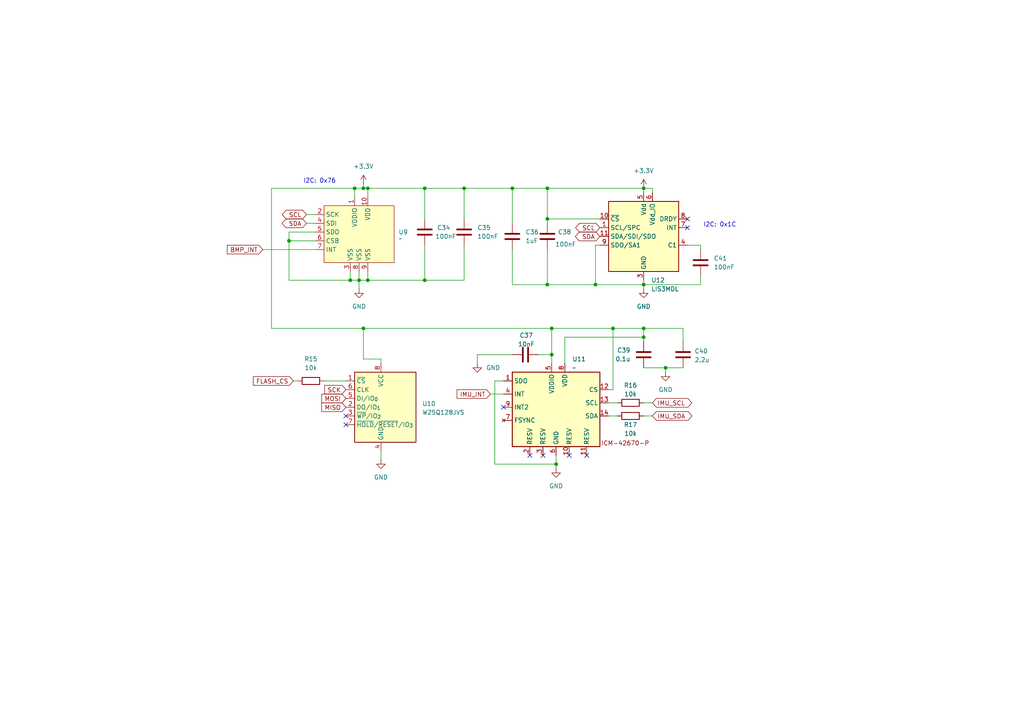
<source format=kicad_sch>
(kicad_sch
	(version 20250114)
	(generator "eeschema")
	(generator_version "9.0")
	(uuid "6d8b2dec-bd6b-4f50-922a-afe5541d72bc")
	(paper "A4")
	(lib_symbols
		(symbol "Custom_Symbols:ICM-42670"
			(exclude_from_sim no)
			(in_bom yes)
			(on_board yes)
			(property "Reference" "U"
				(at 0 4.826 0)
				(effects
					(font
						(size 1.27 1.27)
					)
				)
			)
			(property "Value" ""
				(at 0 0 0)
				(effects
					(font
						(size 1.27 1.27)
					)
				)
			)
			(property "Footprint" ""
				(at 0 0 0)
				(effects
					(font
						(size 1.27 1.27)
					)
					(hide yes)
				)
			)
			(property "Datasheet" ""
				(at 0 0 0)
				(effects
					(font
						(size 1.27 1.27)
					)
					(hide yes)
				)
			)
			(property "Description" ""
				(at 0 0 0)
				(effects
					(font
						(size 1.27 1.27)
					)
					(hide yes)
				)
			)
			(symbol "ICM-42670_1_1"
				(rectangle
					(start -10.16 3.81)
					(end 10.16 -12.7)
					(stroke
						(width 0)
						(type solid)
					)
					(fill
						(type color)
						(color 255 255 194 1)
					)
				)
				(pin input line
					(at -12.7 1.27 0)
					(length 2.54)
					(name "SCK"
						(effects
							(font
								(size 1.27 1.27)
							)
						)
					)
					(number "2"
						(effects
							(font
								(size 1.27 1.27)
							)
						)
					)
				)
				(pin bidirectional line
					(at -12.7 -1.27 0)
					(length 2.54)
					(name "SDI"
						(effects
							(font
								(size 1.27 1.27)
							)
						)
					)
					(number "4"
						(effects
							(font
								(size 1.27 1.27)
							)
						)
					)
				)
				(pin bidirectional line
					(at -12.7 -3.81 0)
					(length 2.54)
					(name "SDO"
						(effects
							(font
								(size 1.27 1.27)
							)
						)
					)
					(number "5"
						(effects
							(font
								(size 1.27 1.27)
							)
						)
					)
				)
				(pin input line
					(at -12.7 -6.35 0)
					(length 2.54)
					(name "CSB"
						(effects
							(font
								(size 1.27 1.27)
							)
						)
					)
					(number "6"
						(effects
							(font
								(size 1.27 1.27)
							)
						)
					)
				)
				(pin output line
					(at -12.7 -8.89 0)
					(length 2.54)
					(name "INT"
						(effects
							(font
								(size 1.27 1.27)
							)
						)
					)
					(number "7"
						(effects
							(font
								(size 1.27 1.27)
							)
						)
					)
				)
				(pin power_in line
					(at -2.54 -15.24 90)
					(length 2.54)
					(name "VSS"
						(effects
							(font
								(size 1.27 1.27)
							)
						)
					)
					(number "3"
						(effects
							(font
								(size 1.27 1.27)
							)
						)
					)
				)
				(pin bidirectional line
					(at -1.27 6.35 270)
					(length 2.54)
					(name "VDDIO"
						(effects
							(font
								(size 1.27 1.27)
							)
						)
					)
					(number "1"
						(effects
							(font
								(size 1.27 1.27)
							)
						)
					)
				)
				(pin power_in line
					(at 0 -15.24 90)
					(length 2.54)
					(name "VSS"
						(effects
							(font
								(size 1.27 1.27)
							)
						)
					)
					(number "8"
						(effects
							(font
								(size 1.27 1.27)
							)
						)
					)
				)
				(pin power_in line
					(at 2.54 6.35 270)
					(length 2.54)
					(name "VDD"
						(effects
							(font
								(size 1.27 1.27)
							)
						)
					)
					(number "10"
						(effects
							(font
								(size 1.27 1.27)
							)
						)
					)
				)
				(pin power_in line
					(at 2.54 -15.24 90)
					(length 2.54)
					(name "VSS"
						(effects
							(font
								(size 1.27 1.27)
							)
						)
					)
					(number "9"
						(effects
							(font
								(size 1.27 1.27)
							)
						)
					)
				)
			)
			(embedded_fonts no)
		)
		(symbol "Custom_Symbols:ICM-42670-P"
			(exclude_from_sim no)
			(in_bom yes)
			(on_board yes)
			(property "Reference" "U"
				(at 20.066 -5.842 0)
				(effects
					(font
						(size 1.27 1.27)
					)
				)
			)
			(property "Value" ""
				(at 0 0 0)
				(effects
					(font
						(size 1.27 1.27)
					)
				)
			)
			(property "Footprint" ""
				(at 0 0 0)
				(effects
					(font
						(size 1.27 1.27)
					)
					(hide yes)
				)
			)
			(property "Datasheet" ""
				(at 0 0 0)
				(effects
					(font
						(size 1.27 1.27)
					)
					(hide yes)
				)
			)
			(property "Description" ""
				(at 0 0 0)
				(effects
					(font
						(size 1.27 1.27)
					)
					(hide yes)
				)
			)
			(symbol "ICM-42670-P_1_1"
				(rectangle
					(start -12.7 12.7)
					(end 12.7 -8.89)
					(stroke
						(width 0.3)
						(type solid)
					)
					(fill
						(type color)
						(color 255 255 194 1)
					)
				)
				(text "ICM-42670-P"
					(at 20.066 -7.874 0)
					(effects
						(font
							(size 1.27 1.27)
						)
					)
				)
				(pin bidirectional line
					(at -15.24 10.16 0)
					(length 2.54)
					(name "SDO"
						(effects
							(font
								(size 1.27 1.27)
							)
						)
					)
					(number "1"
						(effects
							(font
								(size 1.27 1.27)
							)
						)
					)
				)
				(pin input line
					(at -15.24 6.35 0)
					(length 2.54)
					(name "INT"
						(effects
							(font
								(size 1.27 1.27)
							)
						)
					)
					(number "4"
						(effects
							(font
								(size 1.27 1.27)
							)
						)
					)
				)
				(pin input line
					(at -15.24 2.54 0)
					(length 2.54)
					(name "INT2"
						(effects
							(font
								(size 1.27 1.27)
							)
						)
					)
					(number "9"
						(effects
							(font
								(size 1.27 1.27)
							)
						)
					)
				)
				(pin no_connect line
					(at -15.24 -1.27 0)
					(length 2.54)
					(name "FSYNC"
						(effects
							(font
								(size 1.27 1.27)
							)
						)
					)
					(number "7"
						(effects
							(font
								(size 1.27 1.27)
							)
						)
					)
				)
				(pin input line
					(at -7.62 -11.43 90)
					(length 2.54)
					(name "RESV"
						(effects
							(font
								(size 1.27 1.27)
							)
						)
					)
					(number "2"
						(effects
							(font
								(size 1.27 1.27)
							)
						)
					)
				)
				(pin input line
					(at -3.81 -11.43 90)
					(length 2.54)
					(name "RESV"
						(effects
							(font
								(size 1.27 1.27)
							)
						)
					)
					(number "3"
						(effects
							(font
								(size 1.27 1.27)
							)
						)
					)
				)
				(pin power_in line
					(at -1.27 15.24 270)
					(length 2.54)
					(name "VDDIO"
						(effects
							(font
								(size 1.27 1.27)
							)
						)
					)
					(number "5"
						(effects
							(font
								(size 1.27 1.27)
							)
						)
					)
				)
				(pin input line
					(at 0 -11.43 90)
					(length 2.54)
					(name "GND"
						(effects
							(font
								(size 1.27 1.27)
							)
						)
					)
					(number "6"
						(effects
							(font
								(size 1.27 1.27)
							)
						)
					)
				)
				(pin power_in line
					(at 2.54 15.24 270)
					(length 2.54)
					(name "VDD"
						(effects
							(font
								(size 1.27 1.27)
							)
						)
					)
					(number "8"
						(effects
							(font
								(size 1.27 1.27)
							)
						)
					)
				)
				(pin input line
					(at 3.81 -11.43 90)
					(length 2.54)
					(name "RESV"
						(effects
							(font
								(size 1.27 1.27)
							)
						)
					)
					(number "10"
						(effects
							(font
								(size 1.27 1.27)
							)
						)
					)
				)
				(pin input line
					(at 8.89 -11.43 90)
					(length 2.54)
					(name "RESV"
						(effects
							(font
								(size 1.27 1.27)
							)
						)
					)
					(number "11"
						(effects
							(font
								(size 1.27 1.27)
							)
						)
					)
				)
				(pin input line
					(at 15.24 7.62 180)
					(length 2.54)
					(name "CS"
						(effects
							(font
								(size 1.27 1.27)
							)
						)
					)
					(number "12"
						(effects
							(font
								(size 1.27 1.27)
							)
						)
					)
				)
				(pin input line
					(at 15.24 3.81 180)
					(length 2.54)
					(name "SCL"
						(effects
							(font
								(size 1.27 1.27)
							)
						)
					)
					(number "13"
						(effects
							(font
								(size 1.27 1.27)
							)
						)
					)
				)
				(pin bidirectional line
					(at 15.24 0 180)
					(length 2.54)
					(name "SDA"
						(effects
							(font
								(size 1.27 1.27)
							)
						)
					)
					(number "14"
						(effects
							(font
								(size 1.27 1.27)
							)
						)
					)
				)
			)
			(embedded_fonts no)
		)
		(symbol "Device:C"
			(pin_numbers
				(hide yes)
			)
			(pin_names
				(offset 0.254)
			)
			(exclude_from_sim no)
			(in_bom yes)
			(on_board yes)
			(property "Reference" "C"
				(at 0.635 2.54 0)
				(effects
					(font
						(size 1.27 1.27)
					)
					(justify left)
				)
			)
			(property "Value" "C"
				(at 0.635 -2.54 0)
				(effects
					(font
						(size 1.27 1.27)
					)
					(justify left)
				)
			)
			(property "Footprint" ""
				(at 0.9652 -3.81 0)
				(effects
					(font
						(size 1.27 1.27)
					)
					(hide yes)
				)
			)
			(property "Datasheet" "~"
				(at 0 0 0)
				(effects
					(font
						(size 1.27 1.27)
					)
					(hide yes)
				)
			)
			(property "Description" "Unpolarized capacitor"
				(at 0 0 0)
				(effects
					(font
						(size 1.27 1.27)
					)
					(hide yes)
				)
			)
			(property "ki_keywords" "cap capacitor"
				(at 0 0 0)
				(effects
					(font
						(size 1.27 1.27)
					)
					(hide yes)
				)
			)
			(property "ki_fp_filters" "C_*"
				(at 0 0 0)
				(effects
					(font
						(size 1.27 1.27)
					)
					(hide yes)
				)
			)
			(symbol "C_0_1"
				(polyline
					(pts
						(xy -2.032 0.762) (xy 2.032 0.762)
					)
					(stroke
						(width 0.508)
						(type default)
					)
					(fill
						(type none)
					)
				)
				(polyline
					(pts
						(xy -2.032 -0.762) (xy 2.032 -0.762)
					)
					(stroke
						(width 0.508)
						(type default)
					)
					(fill
						(type none)
					)
				)
			)
			(symbol "C_1_1"
				(pin passive line
					(at 0 3.81 270)
					(length 2.794)
					(name "~"
						(effects
							(font
								(size 1.27 1.27)
							)
						)
					)
					(number "1"
						(effects
							(font
								(size 1.27 1.27)
							)
						)
					)
				)
				(pin passive line
					(at 0 -3.81 90)
					(length 2.794)
					(name "~"
						(effects
							(font
								(size 1.27 1.27)
							)
						)
					)
					(number "2"
						(effects
							(font
								(size 1.27 1.27)
							)
						)
					)
				)
			)
			(embedded_fonts no)
		)
		(symbol "Device:R"
			(pin_numbers
				(hide yes)
			)
			(pin_names
				(offset 0)
			)
			(exclude_from_sim no)
			(in_bom yes)
			(on_board yes)
			(property "Reference" "R"
				(at 2.032 0 90)
				(effects
					(font
						(size 1.27 1.27)
					)
				)
			)
			(property "Value" "R"
				(at 0 0 90)
				(effects
					(font
						(size 1.27 1.27)
					)
				)
			)
			(property "Footprint" ""
				(at -1.778 0 90)
				(effects
					(font
						(size 1.27 1.27)
					)
					(hide yes)
				)
			)
			(property "Datasheet" "~"
				(at 0 0 0)
				(effects
					(font
						(size 1.27 1.27)
					)
					(hide yes)
				)
			)
			(property "Description" "Resistor"
				(at 0 0 0)
				(effects
					(font
						(size 1.27 1.27)
					)
					(hide yes)
				)
			)
			(property "ki_keywords" "R res resistor"
				(at 0 0 0)
				(effects
					(font
						(size 1.27 1.27)
					)
					(hide yes)
				)
			)
			(property "ki_fp_filters" "R_*"
				(at 0 0 0)
				(effects
					(font
						(size 1.27 1.27)
					)
					(hide yes)
				)
			)
			(symbol "R_0_1"
				(rectangle
					(start -1.016 -2.54)
					(end 1.016 2.54)
					(stroke
						(width 0.254)
						(type default)
					)
					(fill
						(type none)
					)
				)
			)
			(symbol "R_1_1"
				(pin passive line
					(at 0 3.81 270)
					(length 1.27)
					(name "~"
						(effects
							(font
								(size 1.27 1.27)
							)
						)
					)
					(number "1"
						(effects
							(font
								(size 1.27 1.27)
							)
						)
					)
				)
				(pin passive line
					(at 0 -3.81 90)
					(length 1.27)
					(name "~"
						(effects
							(font
								(size 1.27 1.27)
							)
						)
					)
					(number "2"
						(effects
							(font
								(size 1.27 1.27)
							)
						)
					)
				)
			)
			(embedded_fonts no)
		)
		(symbol "Memory_Flash:W25Q128JVS"
			(exclude_from_sim no)
			(in_bom yes)
			(on_board yes)
			(property "Reference" "U"
				(at -6.35 11.43 0)
				(effects
					(font
						(size 1.27 1.27)
					)
				)
			)
			(property "Value" "W25Q128JVS"
				(at 7.62 11.43 0)
				(effects
					(font
						(size 1.27 1.27)
					)
				)
			)
			(property "Footprint" "Package_SO:SOIC-8_5.3x5.3mm_P1.27mm"
				(at 0 22.86 0)
				(effects
					(font
						(size 1.27 1.27)
					)
					(hide yes)
				)
			)
			(property "Datasheet" "https://www.winbond.com/resource-files/w25q128jv_dtr%20revc%2003272018%20plus.pdf"
				(at 0 25.4 0)
				(effects
					(font
						(size 1.27 1.27)
					)
					(hide yes)
				)
			)
			(property "Description" "128Mbit / 16MiB Serial Flash Memory, Standard/Dual/Quad SPI, 2.7-3.6V, SOIC-8"
				(at 0 27.94 0)
				(effects
					(font
						(size 1.27 1.27)
					)
					(hide yes)
				)
			)
			(property "ki_keywords" "flash memory SPI QPI DTR"
				(at 0 0 0)
				(effects
					(font
						(size 1.27 1.27)
					)
					(hide yes)
				)
			)
			(property "ki_fp_filters" "*SOIC*5.3x5.3mm*P1.27mm*"
				(at 0 0 0)
				(effects
					(font
						(size 1.27 1.27)
					)
					(hide yes)
				)
			)
			(symbol "W25Q128JVS_0_1"
				(rectangle
					(start -7.62 10.16)
					(end 10.16 -10.16)
					(stroke
						(width 0.254)
						(type default)
					)
					(fill
						(type background)
					)
				)
			)
			(symbol "W25Q128JVS_1_1"
				(pin input line
					(at -10.16 7.62 0)
					(length 2.54)
					(name "~{CS}"
						(effects
							(font
								(size 1.27 1.27)
							)
						)
					)
					(number "1"
						(effects
							(font
								(size 1.27 1.27)
							)
						)
					)
				)
				(pin input line
					(at -10.16 5.08 0)
					(length 2.54)
					(name "CLK"
						(effects
							(font
								(size 1.27 1.27)
							)
						)
					)
					(number "6"
						(effects
							(font
								(size 1.27 1.27)
							)
						)
					)
				)
				(pin bidirectional line
					(at -10.16 2.54 0)
					(length 2.54)
					(name "DI/IO_{0}"
						(effects
							(font
								(size 1.27 1.27)
							)
						)
					)
					(number "5"
						(effects
							(font
								(size 1.27 1.27)
							)
						)
					)
				)
				(pin bidirectional line
					(at -10.16 0 0)
					(length 2.54)
					(name "DO/IO_{1}"
						(effects
							(font
								(size 1.27 1.27)
							)
						)
					)
					(number "2"
						(effects
							(font
								(size 1.27 1.27)
							)
						)
					)
				)
				(pin bidirectional line
					(at -10.16 -2.54 0)
					(length 2.54)
					(name "~{WP}/IO_{2}"
						(effects
							(font
								(size 1.27 1.27)
							)
						)
					)
					(number "3"
						(effects
							(font
								(size 1.27 1.27)
							)
						)
					)
				)
				(pin bidirectional line
					(at -10.16 -5.08 0)
					(length 2.54)
					(name "~{HOLD}/~{RESET}/IO_{3}"
						(effects
							(font
								(size 1.27 1.27)
							)
						)
					)
					(number "7"
						(effects
							(font
								(size 1.27 1.27)
							)
						)
					)
				)
				(pin power_in line
					(at 0 12.7 270)
					(length 2.54)
					(name "VCC"
						(effects
							(font
								(size 1.27 1.27)
							)
						)
					)
					(number "8"
						(effects
							(font
								(size 1.27 1.27)
							)
						)
					)
				)
				(pin power_in line
					(at 0 -12.7 90)
					(length 2.54)
					(name "GND"
						(effects
							(font
								(size 1.27 1.27)
							)
						)
					)
					(number "4"
						(effects
							(font
								(size 1.27 1.27)
							)
						)
					)
				)
			)
			(embedded_fonts no)
		)
		(symbol "PCM_Capacitor_AKL:C_0402"
			(pin_numbers
				(hide yes)
			)
			(pin_names
				(offset 0.254)
			)
			(exclude_from_sim no)
			(in_bom yes)
			(on_board yes)
			(property "Reference" "C"
				(at 0.635 2.54 0)
				(effects
					(font
						(size 1.27 1.27)
					)
					(justify left)
				)
			)
			(property "Value" "C_0402"
				(at 0.635 -2.54 0)
				(effects
					(font
						(size 1.27 1.27)
					)
					(justify left)
				)
			)
			(property "Footprint" "Capacitor_SMD_AKL:C_0402_1005Metric"
				(at 0.9652 -3.81 0)
				(effects
					(font
						(size 1.27 1.27)
					)
					(hide yes)
				)
			)
			(property "Datasheet" "~"
				(at 0 0 0)
				(effects
					(font
						(size 1.27 1.27)
					)
					(hide yes)
				)
			)
			(property "Description" "SMD 0402 MLCC capacitor, Alternate KiCad Library"
				(at 0 0 0)
				(effects
					(font
						(size 1.27 1.27)
					)
					(hide yes)
				)
			)
			(property "ki_keywords" "cap capacitor ceramic chip mlcc smd 0402"
				(at 0 0 0)
				(effects
					(font
						(size 1.27 1.27)
					)
					(hide yes)
				)
			)
			(property "ki_fp_filters" "C_*"
				(at 0 0 0)
				(effects
					(font
						(size 1.27 1.27)
					)
					(hide yes)
				)
			)
			(symbol "C_0402_0_1"
				(polyline
					(pts
						(xy -2.032 0.762) (xy 2.032 0.762)
					)
					(stroke
						(width 0.508)
						(type default)
					)
					(fill
						(type none)
					)
				)
				(polyline
					(pts
						(xy -2.032 -0.762) (xy 2.032 -0.762)
					)
					(stroke
						(width 0.508)
						(type default)
					)
					(fill
						(type none)
					)
				)
			)
			(symbol "C_0402_1_1"
				(pin passive line
					(at 0 3.81 270)
					(length 2.794)
					(name "~"
						(effects
							(font
								(size 1.27 1.27)
							)
						)
					)
					(number "1"
						(effects
							(font
								(size 1.27 1.27)
							)
						)
					)
				)
				(pin passive line
					(at 0 -3.81 90)
					(length 2.794)
					(name "~"
						(effects
							(font
								(size 1.27 1.27)
							)
						)
					)
					(number "2"
						(effects
							(font
								(size 1.27 1.27)
							)
						)
					)
				)
			)
			(embedded_fonts no)
		)
		(symbol "Sensor_Magnetic:LIS3MDL"
			(exclude_from_sim no)
			(in_bom yes)
			(on_board yes)
			(property "Reference" "U"
				(at -8.89 11.43 0)
				(effects
					(font
						(size 1.27 1.27)
					)
				)
			)
			(property "Value" "LIS3MDL"
				(at 7.62 11.43 0)
				(effects
					(font
						(size 1.27 1.27)
					)
				)
			)
			(property "Footprint" "Package_LGA:LGA-12_2x2mm_P0.5mm"
				(at 30.48 -7.62 0)
				(effects
					(font
						(size 1.27 1.27)
					)
					(hide yes)
				)
			)
			(property "Datasheet" "https://www.st.com/resource/en/datasheet/lis3mdl.pdf"
				(at 38.1 -10.16 0)
				(effects
					(font
						(size 1.27 1.27)
					)
					(hide yes)
				)
			)
			(property "Description" "Ultra-low-power, 3-axis digital output magnetometer, LGA-12"
				(at 0 0 0)
				(effects
					(font
						(size 1.27 1.27)
					)
					(hide yes)
				)
			)
			(property "ki_keywords" "digital magnetometer"
				(at 0 0 0)
				(effects
					(font
						(size 1.27 1.27)
					)
					(hide yes)
				)
			)
			(property "ki_fp_filters" "LGA*2x2mm*P0.5mm*"
				(at 0 0 0)
				(effects
					(font
						(size 1.27 1.27)
					)
					(hide yes)
				)
			)
			(symbol "LIS3MDL_0_1"
				(rectangle
					(start -10.16 10.16)
					(end 10.16 -10.16)
					(stroke
						(width 0.254)
						(type default)
					)
					(fill
						(type background)
					)
				)
			)
			(symbol "LIS3MDL_1_1"
				(pin input line
					(at -12.7 5.08 0)
					(length 2.54)
					(name "~{CS}"
						(effects
							(font
								(size 1.27 1.27)
							)
						)
					)
					(number "10"
						(effects
							(font
								(size 1.27 1.27)
							)
						)
					)
				)
				(pin input line
					(at -12.7 2.54 0)
					(length 2.54)
					(name "SCL/SPC"
						(effects
							(font
								(size 1.27 1.27)
							)
						)
					)
					(number "1"
						(effects
							(font
								(size 1.27 1.27)
							)
						)
					)
				)
				(pin bidirectional line
					(at -12.7 0 0)
					(length 2.54)
					(name "SDA/SDI/SDO"
						(effects
							(font
								(size 1.27 1.27)
							)
						)
					)
					(number "11"
						(effects
							(font
								(size 1.27 1.27)
							)
						)
					)
				)
				(pin bidirectional line
					(at -12.7 -2.54 0)
					(length 2.54)
					(name "SDO/SA1"
						(effects
							(font
								(size 1.27 1.27)
							)
						)
					)
					(number "9"
						(effects
							(font
								(size 1.27 1.27)
							)
						)
					)
				)
				(pin power_in line
					(at 0 12.7 270)
					(length 2.54)
					(name "Vdd"
						(effects
							(font
								(size 1.27 1.27)
							)
						)
					)
					(number "5"
						(effects
							(font
								(size 1.27 1.27)
							)
						)
					)
				)
				(pin passive line
					(at 0 -12.7 90)
					(length 2.54)
					(hide yes)
					(name "GND"
						(effects
							(font
								(size 1.27 1.27)
							)
						)
					)
					(number "12"
						(effects
							(font
								(size 1.27 1.27)
							)
						)
					)
				)
				(pin passive line
					(at 0 -12.7 90)
					(length 2.54)
					(hide yes)
					(name "GND"
						(effects
							(font
								(size 1.27 1.27)
							)
						)
					)
					(number "2"
						(effects
							(font
								(size 1.27 1.27)
							)
						)
					)
				)
				(pin power_in line
					(at 0 -12.7 90)
					(length 2.54)
					(name "GND"
						(effects
							(font
								(size 1.27 1.27)
							)
						)
					)
					(number "3"
						(effects
							(font
								(size 1.27 1.27)
							)
						)
					)
				)
				(pin power_in line
					(at 2.54 12.7 270)
					(length 2.54)
					(name "Vdd_IO"
						(effects
							(font
								(size 1.27 1.27)
							)
						)
					)
					(number "6"
						(effects
							(font
								(size 1.27 1.27)
							)
						)
					)
				)
				(pin output line
					(at 12.7 5.08 180)
					(length 2.54)
					(name "DRDY"
						(effects
							(font
								(size 1.27 1.27)
							)
						)
					)
					(number "8"
						(effects
							(font
								(size 1.27 1.27)
							)
						)
					)
				)
				(pin output line
					(at 12.7 2.54 180)
					(length 2.54)
					(name "INT"
						(effects
							(font
								(size 1.27 1.27)
							)
						)
					)
					(number "7"
						(effects
							(font
								(size 1.27 1.27)
							)
						)
					)
				)
				(pin power_out line
					(at 12.7 -2.54 180)
					(length 2.54)
					(name "C1"
						(effects
							(font
								(size 1.27 1.27)
							)
						)
					)
					(number "4"
						(effects
							(font
								(size 1.27 1.27)
							)
						)
					)
				)
			)
			(embedded_fonts no)
		)
		(symbol "power:+3.3V"
			(power)
			(pin_numbers
				(hide yes)
			)
			(pin_names
				(offset 0)
				(hide yes)
			)
			(exclude_from_sim no)
			(in_bom yes)
			(on_board yes)
			(property "Reference" "#PWR"
				(at 0 -3.81 0)
				(effects
					(font
						(size 1.27 1.27)
					)
					(hide yes)
				)
			)
			(property "Value" "+3.3V"
				(at 0 3.556 0)
				(effects
					(font
						(size 1.27 1.27)
					)
				)
			)
			(property "Footprint" ""
				(at 0 0 0)
				(effects
					(font
						(size 1.27 1.27)
					)
					(hide yes)
				)
			)
			(property "Datasheet" ""
				(at 0 0 0)
				(effects
					(font
						(size 1.27 1.27)
					)
					(hide yes)
				)
			)
			(property "Description" "Power symbol creates a global label with name \"+3.3V\""
				(at 0 0 0)
				(effects
					(font
						(size 1.27 1.27)
					)
					(hide yes)
				)
			)
			(property "ki_keywords" "global power"
				(at 0 0 0)
				(effects
					(font
						(size 1.27 1.27)
					)
					(hide yes)
				)
			)
			(symbol "+3.3V_0_1"
				(polyline
					(pts
						(xy -0.762 1.27) (xy 0 2.54)
					)
					(stroke
						(width 0)
						(type default)
					)
					(fill
						(type none)
					)
				)
				(polyline
					(pts
						(xy 0 2.54) (xy 0.762 1.27)
					)
					(stroke
						(width 0)
						(type default)
					)
					(fill
						(type none)
					)
				)
				(polyline
					(pts
						(xy 0 0) (xy 0 2.54)
					)
					(stroke
						(width 0)
						(type default)
					)
					(fill
						(type none)
					)
				)
			)
			(symbol "+3.3V_1_1"
				(pin power_in line
					(at 0 0 90)
					(length 0)
					(name "~"
						(effects
							(font
								(size 1.27 1.27)
							)
						)
					)
					(number "1"
						(effects
							(font
								(size 1.27 1.27)
							)
						)
					)
				)
			)
			(embedded_fonts no)
		)
		(symbol "power:GND"
			(power)
			(pin_numbers
				(hide yes)
			)
			(pin_names
				(offset 0)
				(hide yes)
			)
			(exclude_from_sim no)
			(in_bom yes)
			(on_board yes)
			(property "Reference" "#PWR"
				(at 0 -6.35 0)
				(effects
					(font
						(size 1.27 1.27)
					)
					(hide yes)
				)
			)
			(property "Value" "GND"
				(at 0 -3.81 0)
				(effects
					(font
						(size 1.27 1.27)
					)
				)
			)
			(property "Footprint" ""
				(at 0 0 0)
				(effects
					(font
						(size 1.27 1.27)
					)
					(hide yes)
				)
			)
			(property "Datasheet" ""
				(at 0 0 0)
				(effects
					(font
						(size 1.27 1.27)
					)
					(hide yes)
				)
			)
			(property "Description" "Power symbol creates a global label with name \"GND\" , ground"
				(at 0 0 0)
				(effects
					(font
						(size 1.27 1.27)
					)
					(hide yes)
				)
			)
			(property "ki_keywords" "global power"
				(at 0 0 0)
				(effects
					(font
						(size 1.27 1.27)
					)
					(hide yes)
				)
			)
			(symbol "GND_0_1"
				(polyline
					(pts
						(xy 0 0) (xy 0 -1.27) (xy 1.27 -1.27) (xy 0 -2.54) (xy -1.27 -1.27) (xy 0 -1.27)
					)
					(stroke
						(width 0)
						(type default)
					)
					(fill
						(type none)
					)
				)
			)
			(symbol "GND_1_1"
				(pin power_in line
					(at 0 0 270)
					(length 0)
					(name "~"
						(effects
							(font
								(size 1.27 1.27)
							)
						)
					)
					(number "1"
						(effects
							(font
								(size 1.27 1.27)
							)
						)
					)
				)
			)
			(embedded_fonts no)
		)
	)
	(text "I2C: 0x76"
		(exclude_from_sim no)
		(at 92.71 52.578 0)
		(effects
			(font
				(size 1.27 1.27)
			)
		)
		(uuid "604d6cbd-b6f3-4264-a455-ca693db84f3c")
	)
	(text "I2C: 0x1C"
		(exclude_from_sim no)
		(at 208.788 65.278 0)
		(effects
			(font
				(size 1.27 1.27)
			)
		)
		(uuid "e7ec9b91-a3f0-457d-b357-ebcdb0f5766d")
	)
	(junction
		(at 158.75 82.55)
		(diameter 0)
		(color 0 0 0 0)
		(uuid "0245a44f-b44c-4667-a831-65e235fd7461")
	)
	(junction
		(at 123.19 81.28)
		(diameter 0)
		(color 0 0 0 0)
		(uuid "0b5c79c2-5277-4bd1-999d-8777ce50b608")
	)
	(junction
		(at 186.69 82.55)
		(diameter 0)
		(color 0 0 0 0)
		(uuid "0bed582a-472a-4630-91e6-52e0d95ebc9d")
	)
	(junction
		(at 105.41 54.61)
		(diameter 0)
		(color 0 0 0 0)
		(uuid "17f9f1de-d037-47e1-a620-764e99256415")
	)
	(junction
		(at 186.69 97.79)
		(diameter 0)
		(color 0 0 0 0)
		(uuid "2c80c4f2-92d8-4d03-8ec9-9ba4ba9f2184")
	)
	(junction
		(at 158.75 54.61)
		(diameter 0)
		(color 0 0 0 0)
		(uuid "3864aef7-08eb-412e-a91b-5bedd4f18252")
	)
	(junction
		(at 186.69 54.61)
		(diameter 0)
		(color 0 0 0 0)
		(uuid "38ac8d9e-964c-45f0-bbaf-16a32758a0a4")
	)
	(junction
		(at 104.14 81.28)
		(diameter 0)
		(color 0 0 0 0)
		(uuid "5c2f19b9-73bc-45fb-9795-4dd6fb86f67a")
	)
	(junction
		(at 134.62 54.61)
		(diameter 0)
		(color 0 0 0 0)
		(uuid "669bc1ef-4b0b-44ef-b3a3-be0ea6ff5519")
	)
	(junction
		(at 172.72 82.55)
		(diameter 0)
		(color 0 0 0 0)
		(uuid "74c46253-afa9-4193-b4fb-f62409ef91a5")
	)
	(junction
		(at 161.29 134.62)
		(diameter 0)
		(color 0 0 0 0)
		(uuid "76eee69f-9b67-4ef4-8cd4-21c5c8d44c04")
	)
	(junction
		(at 186.69 95.25)
		(diameter 0)
		(color 0 0 0 0)
		(uuid "81462439-7de8-4bd1-b386-83d139dc9a86")
	)
	(junction
		(at 160.02 102.87)
		(diameter 0)
		(color 0 0 0 0)
		(uuid "8478f82f-4b3f-4727-a609-c6bebc5f124b")
	)
	(junction
		(at 160.02 95.25)
		(diameter 0)
		(color 0 0 0 0)
		(uuid "8518bb76-bbf9-4823-96c4-3b743330bd72")
	)
	(junction
		(at 158.75 63.5)
		(diameter 0)
		(color 0 0 0 0)
		(uuid "8e2d0f1c-23b8-4473-8728-e5c820a53fc1")
	)
	(junction
		(at 148.59 54.61)
		(diameter 0)
		(color 0 0 0 0)
		(uuid "8ff0dd03-a0ac-491d-86b7-6e55692a0bf8")
	)
	(junction
		(at 101.6 81.28)
		(diameter 0)
		(color 0 0 0 0)
		(uuid "91cbf40f-056d-40ac-8deb-de9c6bb20c47")
	)
	(junction
		(at 83.82 69.85)
		(diameter 0)
		(color 0 0 0 0)
		(uuid "a343431f-8d0e-4efa-bbb5-3bf46d36ddd4")
	)
	(junction
		(at 102.87 54.61)
		(diameter 0)
		(color 0 0 0 0)
		(uuid "a7c0237e-6b70-4453-9fa4-31f76fc52e7c")
	)
	(junction
		(at 177.8 95.25)
		(diameter 0)
		(color 0 0 0 0)
		(uuid "a93b0bac-74cc-4b2f-97a5-203c1d3e00f5")
	)
	(junction
		(at 106.68 54.61)
		(diameter 0)
		(color 0 0 0 0)
		(uuid "c368ff40-82ea-4a84-960e-7c7307579669")
	)
	(junction
		(at 106.68 81.28)
		(diameter 0)
		(color 0 0 0 0)
		(uuid "c42c4e99-9c3c-403a-9035-7dcc2ad1e8a3")
	)
	(junction
		(at 105.41 95.25)
		(diameter 0)
		(color 0 0 0 0)
		(uuid "c7f2abc0-4170-487a-872a-a5f6382d44cd")
	)
	(junction
		(at 123.19 54.61)
		(diameter 0)
		(color 0 0 0 0)
		(uuid "da549e9a-5b6b-41ad-897d-045dab244f0f")
	)
	(junction
		(at 193.04 106.68)
		(diameter 0)
		(color 0 0 0 0)
		(uuid "e9dbe645-debc-4e8e-8595-8f9e7a26c69e")
	)
	(no_connect
		(at 146.05 118.11)
		(uuid "1ea80c59-91f3-481f-bf6f-01b861e32a2f")
	)
	(no_connect
		(at 165.1 132.08)
		(uuid "22ab2d1a-7942-4c08-bda7-c6bc546e38fc")
	)
	(no_connect
		(at 100.33 120.65)
		(uuid "2d5e4e37-bb28-4d27-adfd-4a1c53c6eed9")
	)
	(no_connect
		(at 199.39 63.5)
		(uuid "3929b356-d512-4072-bf2a-cee3fdb452a7")
	)
	(no_connect
		(at 153.67 132.08)
		(uuid "6e393e27-0a5f-4c05-96e5-50002ea30f71")
	)
	(no_connect
		(at 199.39 66.04)
		(uuid "9b9a1e82-4c42-4822-b18d-839bd2667bb2")
	)
	(no_connect
		(at 100.33 123.19)
		(uuid "ae8dba5d-338c-441b-9f23-6dc3ffbd7851")
	)
	(no_connect
		(at 170.18 132.08)
		(uuid "d4cd9a1c-7997-423b-89e4-50fc6844dd02")
	)
	(no_connect
		(at 157.48 132.08)
		(uuid "f6a9add3-0e76-4c1d-bdce-63a9c9d8bd55")
	)
	(wire
		(pts
			(xy 138.43 102.87) (xy 148.59 102.87)
		)
		(stroke
			(width 0)
			(type default)
		)
		(uuid "020c6a49-0c6d-47e7-a40a-8e5f4bf42c35")
	)
	(wire
		(pts
			(xy 91.44 67.31) (xy 83.82 67.31)
		)
		(stroke
			(width 0)
			(type default)
		)
		(uuid "080bbf8f-5e3b-480e-a0d5-7c9f53da976d")
	)
	(wire
		(pts
			(xy 143.51 134.62) (xy 161.29 134.62)
		)
		(stroke
			(width 0)
			(type default)
		)
		(uuid "0a8c8f88-d9f7-4aff-a848-a5519637189a")
	)
	(wire
		(pts
			(xy 93.98 110.49) (xy 100.33 110.49)
		)
		(stroke
			(width 0)
			(type default)
		)
		(uuid "0be94600-bef5-4725-bf05-0ef110a9cbf4")
	)
	(wire
		(pts
			(xy 160.02 95.25) (xy 177.8 95.25)
		)
		(stroke
			(width 0)
			(type default)
		)
		(uuid "0d585497-075f-457c-ba94-9b7948e90ff6")
	)
	(wire
		(pts
			(xy 176.53 120.65) (xy 179.07 120.65)
		)
		(stroke
			(width 0)
			(type default)
		)
		(uuid "1000c85f-1518-47bb-a369-e8fd0f7af591")
	)
	(wire
		(pts
			(xy 78.74 95.25) (xy 105.41 95.25)
		)
		(stroke
			(width 0)
			(type default)
		)
		(uuid "11751212-271d-43c7-98fe-288e13174539")
	)
	(wire
		(pts
			(xy 186.69 97.79) (xy 186.69 95.25)
		)
		(stroke
			(width 0)
			(type default)
		)
		(uuid "11cb9a6a-ebaf-4306-aa84-9f6fe412fccb")
	)
	(wire
		(pts
			(xy 177.8 113.03) (xy 177.8 95.25)
		)
		(stroke
			(width 0)
			(type default)
		)
		(uuid "1509975b-f0ea-41c8-807c-8b3e38924261")
	)
	(wire
		(pts
			(xy 106.68 78.74) (xy 106.68 81.28)
		)
		(stroke
			(width 0)
			(type default)
		)
		(uuid "18ee8e22-aaae-4a6d-90ef-afd69dad4135")
	)
	(wire
		(pts
			(xy 83.82 69.85) (xy 91.44 69.85)
		)
		(stroke
			(width 0)
			(type default)
		)
		(uuid "193f3b7b-46d9-48cb-acc1-8625453670e5")
	)
	(wire
		(pts
			(xy 123.19 71.12) (xy 123.19 81.28)
		)
		(stroke
			(width 0)
			(type default)
		)
		(uuid "27d86582-b272-4787-b3a5-94456918431f")
	)
	(wire
		(pts
			(xy 101.6 78.74) (xy 101.6 81.28)
		)
		(stroke
			(width 0)
			(type default)
		)
		(uuid "28630b7c-0c52-465b-9c94-4492aa77fdee")
	)
	(wire
		(pts
			(xy 148.59 82.55) (xy 158.75 82.55)
		)
		(stroke
			(width 0)
			(type default)
		)
		(uuid "28c0e43a-0d41-4197-adce-30f8d9878f30")
	)
	(wire
		(pts
			(xy 134.62 54.61) (xy 134.62 63.5)
		)
		(stroke
			(width 0)
			(type default)
		)
		(uuid "2cef32c6-8c80-4c7f-a467-0d4c094755ff")
	)
	(wire
		(pts
			(xy 110.49 104.14) (xy 110.49 105.41)
		)
		(stroke
			(width 0)
			(type default)
		)
		(uuid "2d1e8eeb-27bf-4891-9dff-de87c974889e")
	)
	(wire
		(pts
			(xy 134.62 71.12) (xy 134.62 81.28)
		)
		(stroke
			(width 0)
			(type default)
		)
		(uuid "319ad89c-7818-444c-87d7-324a05bae220")
	)
	(wire
		(pts
			(xy 203.2 71.12) (xy 203.2 72.39)
		)
		(stroke
			(width 0)
			(type default)
		)
		(uuid "3cbf38c5-88cf-4ced-8b72-9de9b81bc31f")
	)
	(wire
		(pts
			(xy 76.2 72.39) (xy 91.44 72.39)
		)
		(stroke
			(width 0)
			(type default)
		)
		(uuid "429ffcd2-8679-4f16-83b4-d774f23cf457")
	)
	(wire
		(pts
			(xy 105.41 95.25) (xy 105.41 104.14)
		)
		(stroke
			(width 0)
			(type default)
		)
		(uuid "440f87a5-a4ff-46bd-8801-83154f06d0a5")
	)
	(wire
		(pts
			(xy 134.62 81.28) (xy 123.19 81.28)
		)
		(stroke
			(width 0)
			(type default)
		)
		(uuid "460faa5d-8c80-4ff9-b6da-82becec03dac")
	)
	(wire
		(pts
			(xy 106.68 54.61) (xy 123.19 54.61)
		)
		(stroke
			(width 0)
			(type default)
		)
		(uuid "4833fe3c-714f-4582-80bf-2ae509ade1d9")
	)
	(wire
		(pts
			(xy 163.83 97.79) (xy 163.83 105.41)
		)
		(stroke
			(width 0)
			(type default)
		)
		(uuid "48f9a75e-8526-4511-a861-740532d73e6f")
	)
	(wire
		(pts
			(xy 186.69 120.65) (xy 189.23 120.65)
		)
		(stroke
			(width 0)
			(type default)
		)
		(uuid "4974bcd0-7d21-430a-98ae-7af7995f8ed8")
	)
	(wire
		(pts
			(xy 102.87 54.61) (xy 102.87 57.15)
		)
		(stroke
			(width 0)
			(type default)
		)
		(uuid "4ac231f3-ac6a-4963-a4fc-91ca50720626")
	)
	(wire
		(pts
			(xy 158.75 63.5) (xy 173.99 63.5)
		)
		(stroke
			(width 0)
			(type default)
		)
		(uuid "5144f3d5-d451-49c9-9d6e-c32787a31e5b")
	)
	(wire
		(pts
			(xy 148.59 54.61) (xy 158.75 54.61)
		)
		(stroke
			(width 0)
			(type default)
		)
		(uuid "53ce1b00-874c-4e33-8bde-33fd5a7192c2")
	)
	(wire
		(pts
			(xy 106.68 54.61) (xy 106.68 57.15)
		)
		(stroke
			(width 0)
			(type default)
		)
		(uuid "56185679-2b1b-4630-8c2a-7f92708a2a76")
	)
	(wire
		(pts
			(xy 146.05 110.49) (xy 143.51 110.49)
		)
		(stroke
			(width 0)
			(type default)
		)
		(uuid "5caed290-a89d-494b-9bb7-989cc3d2cde5")
	)
	(wire
		(pts
			(xy 102.87 54.61) (xy 105.41 54.61)
		)
		(stroke
			(width 0)
			(type default)
		)
		(uuid "6145e45a-4c0f-4d0b-942f-d8ce1675ad09")
	)
	(wire
		(pts
			(xy 105.41 54.61) (xy 106.68 54.61)
		)
		(stroke
			(width 0)
			(type default)
		)
		(uuid "654c1c69-f3d4-4b94-a67e-70771e611582")
	)
	(wire
		(pts
			(xy 83.82 67.31) (xy 83.82 69.85)
		)
		(stroke
			(width 0)
			(type default)
		)
		(uuid "65980eb0-1497-4137-80b3-6ff50f272237")
	)
	(wire
		(pts
			(xy 83.82 81.28) (xy 101.6 81.28)
		)
		(stroke
			(width 0)
			(type default)
		)
		(uuid "6678b7b1-70e1-4ab1-8da2-7489495b2b7f")
	)
	(wire
		(pts
			(xy 134.62 54.61) (xy 148.59 54.61)
		)
		(stroke
			(width 0)
			(type default)
		)
		(uuid "67595bdd-aad6-405e-a72d-0b6d66cf32a2")
	)
	(wire
		(pts
			(xy 160.02 95.25) (xy 160.02 102.87)
		)
		(stroke
			(width 0)
			(type default)
		)
		(uuid "6b62712d-fabd-48ba-9dbc-8e11e15d0857")
	)
	(wire
		(pts
			(xy 138.43 102.87) (xy 138.43 105.41)
		)
		(stroke
			(width 0)
			(type default)
		)
		(uuid "6e480b75-0757-4e9b-bf6d-ab79027c94d4")
	)
	(wire
		(pts
			(xy 158.75 54.61) (xy 158.75 63.5)
		)
		(stroke
			(width 0)
			(type default)
		)
		(uuid "732303ea-070a-4a33-87a4-01d31c3b39fc")
	)
	(wire
		(pts
			(xy 203.2 82.55) (xy 186.69 82.55)
		)
		(stroke
			(width 0)
			(type default)
		)
		(uuid "74ff0fd6-4750-40eb-9e0a-d04ad498fd2c")
	)
	(wire
		(pts
			(xy 142.24 114.3) (xy 146.05 114.3)
		)
		(stroke
			(width 0)
			(type default)
		)
		(uuid "7794effb-ece5-4378-923f-d7c3f68c6950")
	)
	(wire
		(pts
			(xy 158.75 64.77) (xy 158.75 63.5)
		)
		(stroke
			(width 0)
			(type default)
		)
		(uuid "7b1c7d1e-408f-4805-a2be-6fbaad4f17a2")
	)
	(wire
		(pts
			(xy 193.04 106.68) (xy 198.12 106.68)
		)
		(stroke
			(width 0)
			(type default)
		)
		(uuid "7b686bf3-c56e-490b-bf3d-c85af81da18b")
	)
	(wire
		(pts
			(xy 186.69 95.25) (xy 177.8 95.25)
		)
		(stroke
			(width 0)
			(type default)
		)
		(uuid "7ef513fe-7876-457c-b6e8-1ddc2e27fcd0")
	)
	(wire
		(pts
			(xy 173.99 71.12) (xy 172.72 71.12)
		)
		(stroke
			(width 0)
			(type default)
		)
		(uuid "8088487c-e346-4dfb-ad51-22c3bac0a5fd")
	)
	(wire
		(pts
			(xy 104.14 78.74) (xy 104.14 81.28)
		)
		(stroke
			(width 0)
			(type default)
		)
		(uuid "815e4fef-1752-45b4-99d8-60d9a987be34")
	)
	(wire
		(pts
			(xy 123.19 54.61) (xy 134.62 54.61)
		)
		(stroke
			(width 0)
			(type default)
		)
		(uuid "8482dbcd-a072-49c1-b682-d9e02e7b5ee0")
	)
	(wire
		(pts
			(xy 161.29 134.62) (xy 161.29 135.89)
		)
		(stroke
			(width 0)
			(type default)
		)
		(uuid "84cc0d10-5714-4069-8cb4-5aab55e1ee65")
	)
	(wire
		(pts
			(xy 148.59 64.77) (xy 148.59 54.61)
		)
		(stroke
			(width 0)
			(type default)
		)
		(uuid "8c37ff6e-c687-49bd-9891-aa50dabea48c")
	)
	(wire
		(pts
			(xy 105.41 104.14) (xy 110.49 104.14)
		)
		(stroke
			(width 0)
			(type default)
		)
		(uuid "8d2d6d32-d886-4ec7-930f-4cf181d4b44b")
	)
	(wire
		(pts
			(xy 110.49 130.81) (xy 110.49 133.35)
		)
		(stroke
			(width 0)
			(type default)
		)
		(uuid "8dd63882-e94c-40ed-bf72-3259c9a7cf32")
	)
	(wire
		(pts
			(xy 106.68 81.28) (xy 123.19 81.28)
		)
		(stroke
			(width 0)
			(type default)
		)
		(uuid "8ea6f780-17fa-4af8-9c4d-180337586eaf")
	)
	(wire
		(pts
			(xy 158.75 82.55) (xy 172.72 82.55)
		)
		(stroke
			(width 0)
			(type default)
		)
		(uuid "8ee6ef98-1881-466c-a483-28be8093300d")
	)
	(wire
		(pts
			(xy 148.59 72.39) (xy 148.59 82.55)
		)
		(stroke
			(width 0)
			(type default)
		)
		(uuid "8fab747b-4fe9-4d20-b7af-63cda29520e5")
	)
	(wire
		(pts
			(xy 186.69 82.55) (xy 186.69 83.82)
		)
		(stroke
			(width 0)
			(type default)
		)
		(uuid "910156c6-8574-4986-ab83-3716c798c3a1")
	)
	(wire
		(pts
			(xy 78.74 54.61) (xy 102.87 54.61)
		)
		(stroke
			(width 0)
			(type default)
		)
		(uuid "92fa57a6-2735-4f26-8066-c2c0341ff5d6")
	)
	(wire
		(pts
			(xy 158.75 72.39) (xy 158.75 82.55)
		)
		(stroke
			(width 0)
			(type default)
		)
		(uuid "93222c2e-aca7-4084-86b1-aed67d6c96ee")
	)
	(wire
		(pts
			(xy 193.04 107.95) (xy 193.04 106.68)
		)
		(stroke
			(width 0)
			(type default)
		)
		(uuid "93d0000d-5601-4a6f-bfc5-512b5e54fdee")
	)
	(wire
		(pts
			(xy 123.19 63.5) (xy 123.19 54.61)
		)
		(stroke
			(width 0)
			(type default)
		)
		(uuid "9ba903cb-d8d2-4658-aa87-7fc568a4f093")
	)
	(wire
		(pts
			(xy 83.82 69.85) (xy 83.82 81.28)
		)
		(stroke
			(width 0)
			(type default)
		)
		(uuid "9eeeef9e-0026-49bf-8d16-68bafbb94aab")
	)
	(wire
		(pts
			(xy 156.21 102.87) (xy 160.02 102.87)
		)
		(stroke
			(width 0)
			(type default)
		)
		(uuid "b70f275e-6dad-420f-b746-fade4be1d9e5")
	)
	(wire
		(pts
			(xy 198.12 99.06) (xy 198.12 95.25)
		)
		(stroke
			(width 0)
			(type default)
		)
		(uuid "b7c32b59-6788-427e-a0e7-e1e53510e976")
	)
	(wire
		(pts
			(xy 172.72 71.12) (xy 172.72 82.55)
		)
		(stroke
			(width 0)
			(type default)
		)
		(uuid "b80f4a2a-4526-4079-9027-d2b310a8e336")
	)
	(wire
		(pts
			(xy 176.53 113.03) (xy 177.8 113.03)
		)
		(stroke
			(width 0)
			(type default)
		)
		(uuid "b912c3ff-c5da-4816-9665-947e2ad86df6")
	)
	(wire
		(pts
			(xy 104.14 81.28) (xy 106.68 81.28)
		)
		(stroke
			(width 0)
			(type default)
		)
		(uuid "b9bfb722-e11f-41eb-ade7-ac0b75df6de8")
	)
	(wire
		(pts
			(xy 186.69 106.68) (xy 193.04 106.68)
		)
		(stroke
			(width 0)
			(type default)
		)
		(uuid "c251f500-bcb5-424d-8ba8-8d8da502caa0")
	)
	(wire
		(pts
			(xy 160.02 102.87) (xy 160.02 105.41)
		)
		(stroke
			(width 0)
			(type default)
		)
		(uuid "c96f76e4-8ab8-4085-949a-54ac5388c242")
	)
	(wire
		(pts
			(xy 88.9 64.77) (xy 91.44 64.77)
		)
		(stroke
			(width 0)
			(type default)
		)
		(uuid "cd887bb0-f690-42d1-b445-59a518147723")
	)
	(wire
		(pts
			(xy 186.69 95.25) (xy 198.12 95.25)
		)
		(stroke
			(width 0)
			(type default)
		)
		(uuid "d0c3c819-138e-475d-9ddb-793225d9493d")
	)
	(wire
		(pts
			(xy 189.23 54.61) (xy 189.23 55.88)
		)
		(stroke
			(width 0)
			(type default)
		)
		(uuid "d0ec2a97-58b8-4499-ad0f-105e4fe6834e")
	)
	(wire
		(pts
			(xy 199.39 71.12) (xy 203.2 71.12)
		)
		(stroke
			(width 0)
			(type default)
		)
		(uuid "d1e634e5-e619-46f1-87fa-45130a15ba56")
	)
	(wire
		(pts
			(xy 172.72 82.55) (xy 186.69 82.55)
		)
		(stroke
			(width 0)
			(type default)
		)
		(uuid "d28d0dda-7cc2-4da5-81be-a4f04629ee03")
	)
	(wire
		(pts
			(xy 104.14 81.28) (xy 104.14 83.82)
		)
		(stroke
			(width 0)
			(type default)
		)
		(uuid "d45d9cdb-0819-404b-886d-e79a40d88966")
	)
	(wire
		(pts
			(xy 105.41 53.34) (xy 105.41 54.61)
		)
		(stroke
			(width 0)
			(type default)
		)
		(uuid "d867d327-66ce-489e-8728-a2ecc3b9a02d")
	)
	(wire
		(pts
			(xy 143.51 110.49) (xy 143.51 134.62)
		)
		(stroke
			(width 0)
			(type default)
		)
		(uuid "d8b1a519-6a70-4216-90d5-ecb869161324")
	)
	(wire
		(pts
			(xy 176.53 116.84) (xy 179.07 116.84)
		)
		(stroke
			(width 0)
			(type default)
		)
		(uuid "d9bf948d-51a7-46b2-b903-68fa66800991")
	)
	(wire
		(pts
			(xy 186.69 81.28) (xy 186.69 82.55)
		)
		(stroke
			(width 0)
			(type default)
		)
		(uuid "dba3dadb-8d91-43ff-8a1b-176ddc5dbefe")
	)
	(wire
		(pts
			(xy 163.83 97.79) (xy 186.69 97.79)
		)
		(stroke
			(width 0)
			(type default)
		)
		(uuid "dc79756a-198b-4844-972c-16319c835d23")
	)
	(wire
		(pts
			(xy 161.29 132.08) (xy 161.29 134.62)
		)
		(stroke
			(width 0)
			(type default)
		)
		(uuid "dee3e424-c792-4328-9e7b-f669e8dee711")
	)
	(wire
		(pts
			(xy 88.9 62.23) (xy 91.44 62.23)
		)
		(stroke
			(width 0)
			(type default)
		)
		(uuid "e0f43a49-163a-4c93-8ce9-d5d99a2a35c3")
	)
	(wire
		(pts
			(xy 203.2 80.01) (xy 203.2 82.55)
		)
		(stroke
			(width 0)
			(type default)
		)
		(uuid "e1e9d092-992b-48bf-baf6-c7f716fe2520")
	)
	(wire
		(pts
			(xy 186.69 55.88) (xy 186.69 54.61)
		)
		(stroke
			(width 0)
			(type default)
		)
		(uuid "e40fa81f-2740-42bb-a84f-cfe101e572b2")
	)
	(wire
		(pts
			(xy 158.75 54.61) (xy 186.69 54.61)
		)
		(stroke
			(width 0)
			(type default)
		)
		(uuid "e9c5121c-8ac0-4b7d-a6e8-5a87f99de80a")
	)
	(wire
		(pts
			(xy 186.69 54.61) (xy 189.23 54.61)
		)
		(stroke
			(width 0)
			(type default)
		)
		(uuid "ecc42e70-27b6-408e-a002-c45540fce732")
	)
	(wire
		(pts
			(xy 186.69 99.06) (xy 186.69 97.79)
		)
		(stroke
			(width 0)
			(type default)
		)
		(uuid "ed2fa4f6-119c-44b3-a9fa-4da97af30f97")
	)
	(wire
		(pts
			(xy 78.74 54.61) (xy 78.74 95.25)
		)
		(stroke
			(width 0)
			(type default)
		)
		(uuid "edee7c0b-f133-4744-9a04-fe793988ff6f")
	)
	(wire
		(pts
			(xy 186.69 116.84) (xy 189.23 116.84)
		)
		(stroke
			(width 0)
			(type default)
		)
		(uuid "f0d681f5-113d-4c79-bdfd-d2cd144eb670")
	)
	(wire
		(pts
			(xy 101.6 81.28) (xy 104.14 81.28)
		)
		(stroke
			(width 0)
			(type default)
		)
		(uuid "f815b503-9322-4551-abd6-43dc61d8ce8a")
	)
	(wire
		(pts
			(xy 105.41 95.25) (xy 160.02 95.25)
		)
		(stroke
			(width 0)
			(type default)
		)
		(uuid "f9421c2a-b035-4e27-a739-a8f82e615dab")
	)
	(wire
		(pts
			(xy 85.09 110.49) (xy 86.36 110.49)
		)
		(stroke
			(width 0)
			(type default)
		)
		(uuid "fac258a9-6847-44b8-9765-cea42a98274f")
	)
	(global_label "IMU_SCL"
		(shape bidirectional)
		(at 189.23 116.84 0)
		(fields_autoplaced yes)
		(effects
			(font
				(size 1.27 1.27)
			)
			(justify left)
		)
		(uuid "03a567d1-9f71-46fb-9e2d-e7676780177e")
		(property "Intersheetrefs" "${INTERSHEET_REFS}"
			(at 201.1884 116.84 0)
			(effects
				(font
					(size 1.27 1.27)
				)
				(justify left)
				(hide yes)
			)
		)
	)
	(global_label "MISO"
		(shape input)
		(at 100.33 118.11 180)
		(fields_autoplaced yes)
		(effects
			(font
				(size 1.27 1.27)
			)
			(justify right)
		)
		(uuid "0ffb668e-4d57-4f7b-af71-6bd9b809cb25")
		(property "Intersheetrefs" "${INTERSHEET_REFS}"
			(at 92.7486 118.11 0)
			(effects
				(font
					(size 1.27 1.27)
				)
				(justify right)
				(hide yes)
			)
		)
	)
	(global_label "FLASH_CS"
		(shape input)
		(at 85.09 110.49 180)
		(fields_autoplaced yes)
		(effects
			(font
				(size 1.27 1.27)
			)
			(justify right)
		)
		(uuid "20d5f9a7-1262-42e7-8ade-5f83b01addd8")
		(property "Intersheetrefs" "${INTERSHEET_REFS}"
			(at 72.9124 110.49 0)
			(effects
				(font
					(size 1.27 1.27)
				)
				(justify right)
				(hide yes)
			)
		)
	)
	(global_label "IMU_SDA"
		(shape bidirectional)
		(at 189.23 120.65 0)
		(fields_autoplaced yes)
		(effects
			(font
				(size 1.27 1.27)
			)
			(justify left)
		)
		(uuid "2886919e-0d0b-4289-8168-28ffcd9b7057")
		(property "Intersheetrefs" "${INTERSHEET_REFS}"
			(at 201.2489 120.65 0)
			(effects
				(font
					(size 1.27 1.27)
				)
				(justify left)
				(hide yes)
			)
		)
	)
	(global_label "SCL"
		(shape bidirectional)
		(at 88.9 62.23 180)
		(fields_autoplaced yes)
		(effects
			(font
				(size 1.27 1.27)
			)
			(justify right)
		)
		(uuid "490ab8a4-4b58-46e8-81ec-5b612c735334")
		(property "Intersheetrefs" "${INTERSHEET_REFS}"
			(at 81.2959 62.23 0)
			(effects
				(font
					(size 1.27 1.27)
				)
				(justify right)
				(hide yes)
			)
		)
	)
	(global_label "IMU_INT"
		(shape input)
		(at 142.24 114.3 180)
		(fields_autoplaced yes)
		(effects
			(font
				(size 1.27 1.27)
			)
			(justify right)
		)
		(uuid "549dbf53-85d3-4d29-b1df-6d1ad04e4c5a")
		(property "Intersheetrefs" "${INTERSHEET_REFS}"
			(at 131.9976 114.3 0)
			(effects
				(font
					(size 1.27 1.27)
				)
				(justify right)
				(hide yes)
			)
		)
	)
	(global_label "MOSI"
		(shape input)
		(at 100.33 115.57 180)
		(fields_autoplaced yes)
		(effects
			(font
				(size 1.27 1.27)
			)
			(justify right)
		)
		(uuid "578d240e-024c-4114-ae32-d7551c74537e")
		(property "Intersheetrefs" "${INTERSHEET_REFS}"
			(at 92.7486 115.57 0)
			(effects
				(font
					(size 1.27 1.27)
				)
				(justify right)
				(hide yes)
			)
		)
	)
	(global_label "SDA"
		(shape bidirectional)
		(at 173.99 68.58 180)
		(fields_autoplaced yes)
		(effects
			(font
				(size 1.27 1.27)
			)
			(justify right)
		)
		(uuid "75b7c79f-4c57-4efb-ab3d-a68d42bc8518")
		(property "Intersheetrefs" "${INTERSHEET_REFS}"
			(at 166.3254 68.58 0)
			(effects
				(font
					(size 1.27 1.27)
				)
				(justify right)
				(hide yes)
			)
		)
	)
	(global_label "SCL"
		(shape bidirectional)
		(at 173.99 66.04 180)
		(fields_autoplaced yes)
		(effects
			(font
				(size 1.27 1.27)
			)
			(justify right)
		)
		(uuid "b713dd25-c58a-4170-b9db-799e2dfdfba6")
		(property "Intersheetrefs" "${INTERSHEET_REFS}"
			(at 166.3859 66.04 0)
			(effects
				(font
					(size 1.27 1.27)
				)
				(justify right)
				(hide yes)
			)
		)
	)
	(global_label "SDA"
		(shape bidirectional)
		(at 88.9 64.77 180)
		(fields_autoplaced yes)
		(effects
			(font
				(size 1.27 1.27)
			)
			(justify right)
		)
		(uuid "c22df2ab-386d-4c77-a343-3cd3958cb2fa")
		(property "Intersheetrefs" "${INTERSHEET_REFS}"
			(at 81.2354 64.77 0)
			(effects
				(font
					(size 1.27 1.27)
				)
				(justify right)
				(hide yes)
			)
		)
	)
	(global_label "SCK"
		(shape input)
		(at 100.33 113.03 180)
		(fields_autoplaced yes)
		(effects
			(font
				(size 1.27 1.27)
			)
			(justify right)
		)
		(uuid "ca97557a-da15-4463-8517-ecc9e006f214")
		(property "Intersheetrefs" "${INTERSHEET_REFS}"
			(at 93.5953 113.03 0)
			(effects
				(font
					(size 1.27 1.27)
				)
				(justify right)
				(hide yes)
			)
		)
	)
	(global_label "BMP_INT"
		(shape input)
		(at 76.2 72.39 180)
		(fields_autoplaced yes)
		(effects
			(font
				(size 1.27 1.27)
			)
			(justify right)
		)
		(uuid "ff975747-51c0-44e0-a397-ebcb3c7fa4d3")
		(property "Intersheetrefs" "${INTERSHEET_REFS}"
			(at 65.3529 72.39 0)
			(effects
				(font
					(size 1.27 1.27)
				)
				(justify right)
				(hide yes)
			)
		)
	)
	(symbol
		(lib_id "power:+3.3V")
		(at 186.69 54.61 0)
		(unit 1)
		(exclude_from_sim no)
		(in_bom yes)
		(on_board yes)
		(dnp no)
		(fields_autoplaced yes)
		(uuid "14c6d521-c40d-42b8-9c9c-bd49f268b20b")
		(property "Reference" "#PWR044"
			(at 186.69 58.42 0)
			(effects
				(font
					(size 1.27 1.27)
				)
				(hide yes)
			)
		)
		(property "Value" "+3.3V"
			(at 186.69 49.53 0)
			(effects
				(font
					(size 1.27 1.27)
				)
			)
		)
		(property "Footprint" ""
			(at 186.69 54.61 0)
			(effects
				(font
					(size 1.27 1.27)
				)
				(hide yes)
			)
		)
		(property "Datasheet" ""
			(at 186.69 54.61 0)
			(effects
				(font
					(size 1.27 1.27)
				)
				(hide yes)
			)
		)
		(property "Description" "Power symbol creates a global label with name \"+3.3V\""
			(at 186.69 54.61 0)
			(effects
				(font
					(size 1.27 1.27)
				)
				(hide yes)
			)
		)
		(pin "1"
			(uuid "67a79cde-a561-4702-8756-f51b427f0295")
		)
		(instances
			(project "STM32F405_Flight_Controller"
				(path "/0b16a859-dd33-4248-b745-e16679776bbf/63712296-b2a5-4634-9b08-80247d4170a4"
					(reference "#PWR044")
					(unit 1)
				)
			)
		)
	)
	(symbol
		(lib_id "power:GND")
		(at 110.49 133.35 0)
		(unit 1)
		(exclude_from_sim no)
		(in_bom yes)
		(on_board yes)
		(dnp no)
		(uuid "1580a0b7-2313-48aa-9378-4b88481cd4d1")
		(property "Reference" "#PWR046"
			(at 110.49 139.7 0)
			(effects
				(font
					(size 1.27 1.27)
				)
				(hide yes)
			)
		)
		(property "Value" "GND"
			(at 110.49 138.43 0)
			(effects
				(font
					(size 1.27 1.27)
				)
			)
		)
		(property "Footprint" ""
			(at 110.49 133.35 0)
			(effects
				(font
					(size 1.27 1.27)
				)
				(hide yes)
			)
		)
		(property "Datasheet" ""
			(at 110.49 133.35 0)
			(effects
				(font
					(size 1.27 1.27)
				)
				(hide yes)
			)
		)
		(property "Description" "Power symbol creates a global label with name \"GND\" , ground"
			(at 110.49 133.35 0)
			(effects
				(font
					(size 1.27 1.27)
				)
				(hide yes)
			)
		)
		(pin "1"
			(uuid "7b6673c9-9da3-4648-af03-95c328be5375")
		)
		(instances
			(project "STM32F405_Flight_Controller"
				(path "/0b16a859-dd33-4248-b745-e16679776bbf/63712296-b2a5-4634-9b08-80247d4170a4"
					(reference "#PWR046")
					(unit 1)
				)
			)
		)
	)
	(symbol
		(lib_id "power:GND")
		(at 161.29 135.89 0)
		(unit 1)
		(exclude_from_sim no)
		(in_bom yes)
		(on_board yes)
		(dnp no)
		(fields_autoplaced yes)
		(uuid "1917d7c2-2491-4645-b58f-e9fcce1ba3c2")
		(property "Reference" "#PWR043"
			(at 161.29 142.24 0)
			(effects
				(font
					(size 1.27 1.27)
				)
				(hide yes)
			)
		)
		(property "Value" "GND"
			(at 161.29 140.97 0)
			(effects
				(font
					(size 1.27 1.27)
				)
			)
		)
		(property "Footprint" ""
			(at 161.29 135.89 0)
			(effects
				(font
					(size 1.27 1.27)
				)
				(hide yes)
			)
		)
		(property "Datasheet" ""
			(at 161.29 135.89 0)
			(effects
				(font
					(size 1.27 1.27)
				)
				(hide yes)
			)
		)
		(property "Description" "Power symbol creates a global label with name \"GND\" , ground"
			(at 161.29 135.89 0)
			(effects
				(font
					(size 1.27 1.27)
				)
				(hide yes)
			)
		)
		(pin "1"
			(uuid "9a647f1d-1ee8-459c-8fb3-cb0437c5605a")
		)
		(instances
			(project "STM32F405_Flight_Controller"
				(path "/0b16a859-dd33-4248-b745-e16679776bbf/63712296-b2a5-4634-9b08-80247d4170a4"
					(reference "#PWR043")
					(unit 1)
				)
			)
		)
	)
	(symbol
		(lib_id "Device:C")
		(at 186.69 102.87 0)
		(mirror y)
		(unit 1)
		(exclude_from_sim no)
		(in_bom yes)
		(on_board yes)
		(dnp no)
		(uuid "23c5f79d-196f-4162-8ea9-70d53e06e727")
		(property "Reference" "C39"
			(at 182.88 101.5999 0)
			(effects
				(font
					(size 1.27 1.27)
				)
				(justify left)
			)
		)
		(property "Value" "0.1u"
			(at 182.88 104.1399 0)
			(effects
				(font
					(size 1.27 1.27)
				)
				(justify left)
			)
		)
		(property "Footprint" "Capacitor_SMD:C_0603_1608Metric"
			(at 185.7248 106.68 0)
			(effects
				(font
					(size 1.27 1.27)
				)
				(hide yes)
			)
		)
		(property "Datasheet" "~"
			(at 186.69 102.87 0)
			(effects
				(font
					(size 1.27 1.27)
				)
				(hide yes)
			)
		)
		(property "Description" "Unpolarized capacitor"
			(at 186.69 102.87 0)
			(effects
				(font
					(size 1.27 1.27)
				)
				(hide yes)
			)
		)
		(pin "1"
			(uuid "eceb4e4c-e891-4e63-8fc1-4446391a7437")
		)
		(pin "2"
			(uuid "443243ac-6dcb-4335-af30-b6b914195f77")
		)
		(instances
			(project "STM32F405_Flight_Controller"
				(path "/0b16a859-dd33-4248-b745-e16679776bbf/63712296-b2a5-4634-9b08-80247d4170a4"
					(reference "C39")
					(unit 1)
				)
			)
		)
	)
	(symbol
		(lib_id "PCM_Capacitor_AKL:C_0402")
		(at 203.2 76.2 0)
		(unit 1)
		(exclude_from_sim no)
		(in_bom yes)
		(on_board yes)
		(dnp no)
		(fields_autoplaced yes)
		(uuid "3d4b4d7a-1b0a-44a7-970d-e4a8106dd7aa")
		(property "Reference" "C41"
			(at 207.01 74.9299 0)
			(effects
				(font
					(size 1.27 1.27)
				)
				(justify left)
			)
		)
		(property "Value" "100nF"
			(at 207.01 77.4699 0)
			(effects
				(font
					(size 1.27 1.27)
				)
				(justify left)
			)
		)
		(property "Footprint" "Capacitor_SMD:C_0402_1005Metric"
			(at 204.1652 80.01 0)
			(effects
				(font
					(size 1.27 1.27)
				)
				(hide yes)
			)
		)
		(property "Datasheet" "~"
			(at 203.2 76.2 0)
			(effects
				(font
					(size 1.27 1.27)
				)
				(hide yes)
			)
		)
		(property "Description" "SMD 0402 MLCC capacitor, Alternate KiCad Library"
			(at 203.2 76.2 0)
			(effects
				(font
					(size 1.27 1.27)
				)
				(hide yes)
			)
		)
		(property "LCSC PN" " C77020"
			(at 203.2 76.2 0)
			(effects
				(font
					(size 1.27 1.27)
				)
				(hide yes)
			)
		)
		(pin "1"
			(uuid "ee978976-6bcd-45df-b9ad-7ed57a01be87")
		)
		(pin "2"
			(uuid "65de1c23-4b14-453b-a349-06363519474d")
		)
		(instances
			(project "STM32F405_Flight_Controller"
				(path "/0b16a859-dd33-4248-b745-e16679776bbf/63712296-b2a5-4634-9b08-80247d4170a4"
					(reference "C41")
					(unit 1)
				)
			)
		)
	)
	(symbol
		(lib_id "PCM_Capacitor_AKL:C_0402")
		(at 158.75 68.58 0)
		(unit 1)
		(exclude_from_sim no)
		(in_bom yes)
		(on_board yes)
		(dnp no)
		(uuid "48ba8f39-30c7-4744-8ac5-d4b6886144b7")
		(property "Reference" "C38"
			(at 161.798 67.31 0)
			(effects
				(font
					(size 1.27 1.27)
				)
				(justify left)
			)
		)
		(property "Value" "100nF"
			(at 161.036 70.866 0)
			(effects
				(font
					(size 1.27 1.27)
				)
				(justify left)
			)
		)
		(property "Footprint" "Capacitor_SMD:C_0402_1005Metric"
			(at 159.7152 72.39 0)
			(effects
				(font
					(size 1.27 1.27)
				)
				(hide yes)
			)
		)
		(property "Datasheet" "~"
			(at 158.75 68.58 0)
			(effects
				(font
					(size 1.27 1.27)
				)
				(hide yes)
			)
		)
		(property "Description" "SMD 0402 MLCC capacitor, Alternate KiCad Library"
			(at 158.75 68.58 0)
			(effects
				(font
					(size 1.27 1.27)
				)
				(hide yes)
			)
		)
		(property "LCSC PN" " C77020"
			(at 158.75 68.58 0)
			(effects
				(font
					(size 1.27 1.27)
				)
				(hide yes)
			)
		)
		(pin "1"
			(uuid "efcc3cc2-3fe7-4480-b1e3-daf781f888f3")
		)
		(pin "2"
			(uuid "40013889-f502-4c7e-93db-14b9c57241c9")
		)
		(instances
			(project "STM32F405_Flight_Controller"
				(path "/0b16a859-dd33-4248-b745-e16679776bbf/63712296-b2a5-4634-9b08-80247d4170a4"
					(reference "C38")
					(unit 1)
				)
			)
		)
	)
	(symbol
		(lib_id "Custom_Symbols:ICM-42670")
		(at 104.14 63.5 0)
		(unit 1)
		(exclude_from_sim no)
		(in_bom yes)
		(on_board yes)
		(dnp no)
		(fields_autoplaced yes)
		(uuid "4c4fb6b6-568c-419f-bd33-6a24c107dc08")
		(property "Reference" "U9"
			(at 115.57 67.3099 0)
			(effects
				(font
					(size 1.27 1.27)
				)
				(justify left)
			)
		)
		(property "Value" "~"
			(at 115.57 69.215 0)
			(effects
				(font
					(size 1.27 1.27)
				)
				(justify left)
			)
		)
		(property "Footprint" "Custom Footprints:BMP390L"
			(at 104.14 63.5 0)
			(effects
				(font
					(size 1.27 1.27)
				)
				(hide yes)
			)
		)
		(property "Datasheet" ""
			(at 104.14 63.5 0)
			(effects
				(font
					(size 1.27 1.27)
				)
				(hide yes)
			)
		)
		(property "Description" ""
			(at 104.14 63.5 0)
			(effects
				(font
					(size 1.27 1.27)
				)
				(hide yes)
			)
		)
		(pin "6"
			(uuid "da2fcff1-dcbe-45e4-8602-1f50e0133099")
		)
		(pin "8"
			(uuid "3f126aea-1668-4f71-a22c-eb12d8c36f92")
		)
		(pin "4"
			(uuid "6daa415e-8d18-47fb-9feb-9b7341833487")
		)
		(pin "9"
			(uuid "a7f50db5-84c3-4476-bd5d-5d273fb2b146")
		)
		(pin "7"
			(uuid "913d4ad9-e08c-49bc-b0a3-63ab4f842db6")
		)
		(pin "2"
			(uuid "128240cc-fc2c-4a81-81eb-cc2611a8d5f1")
		)
		(pin "5"
			(uuid "a2713a40-b83c-4681-8bcc-4e342192280f")
		)
		(pin "1"
			(uuid "50ce658f-c7c8-4489-8c0b-d13b667f38ee")
		)
		(pin "10"
			(uuid "36ff59a4-6ce1-42ca-b58b-61a6ca16a35a")
		)
		(pin "3"
			(uuid "b7adeeb6-0838-4764-9a9a-df73f95b4fa9")
		)
		(instances
			(project "STM32F405_Flight_Controller"
				(path "/0b16a859-dd33-4248-b745-e16679776bbf/63712296-b2a5-4634-9b08-80247d4170a4"
					(reference "U9")
					(unit 1)
				)
			)
		)
	)
	(symbol
		(lib_id "Custom_Symbols:ICM-42670-P")
		(at 161.29 120.65 0)
		(unit 1)
		(exclude_from_sim no)
		(in_bom yes)
		(on_board yes)
		(dnp no)
		(fields_autoplaced yes)
		(uuid "595a639a-145f-40f9-ab37-cf40b16d3935")
		(property "Reference" "U11"
			(at 165.9733 104.14 0)
			(effects
				(font
					(size 1.27 1.27)
				)
				(justify left)
			)
		)
		(property "Value" "~"
			(at 165.9733 106.68 0)
			(effects
				(font
					(size 1.27 1.27)
				)
				(justify left)
			)
		)
		(property "Footprint" "Custom Footprints:XDCR_ICM-42670-P"
			(at 161.29 120.65 0)
			(effects
				(font
					(size 1.27 1.27)
				)
				(hide yes)
			)
		)
		(property "Datasheet" ""
			(at 161.29 120.65 0)
			(effects
				(font
					(size 1.27 1.27)
				)
				(hide yes)
			)
		)
		(property "Description" ""
			(at 161.29 120.65 0)
			(effects
				(font
					(size 1.27 1.27)
				)
				(hide yes)
			)
		)
		(pin "9"
			(uuid "b8e33c58-5714-488d-9b71-db7d6911a021")
		)
		(pin "13"
			(uuid "597dbdc1-31ae-4dc0-b5c9-e3c36ce9b34c")
		)
		(pin "12"
			(uuid "f1ee7944-f560-4316-9453-e953e5f4a8bd")
		)
		(pin "1"
			(uuid "a01d3153-f932-4439-af13-cf95e0ecadb7")
		)
		(pin "8"
			(uuid "b9c3f363-a4ec-4d69-ae3f-3d0e01668b3b")
		)
		(pin "3"
			(uuid "67b951f6-99e6-4790-a3ce-d6224897b965")
		)
		(pin "14"
			(uuid "5c6c368b-e51e-41c6-aa1b-f441e7af7774")
		)
		(pin "11"
			(uuid "90b99b08-083e-4f4f-957e-0d0a833f62f2")
		)
		(pin "5"
			(uuid "842efbf2-1ae1-4c1a-9a0e-2d87af8055b3")
		)
		(pin "4"
			(uuid "89d802d2-f773-4fa8-8cca-ede125ac8f07")
		)
		(pin "7"
			(uuid "8b1aa2e7-ca1d-41f3-bd2e-e9403e11df6c")
		)
		(pin "6"
			(uuid "7f89292d-557a-4d27-a9ba-c2a6fb1375f6")
		)
		(pin "2"
			(uuid "febef7de-2cf0-4631-9147-22efc5d05dbf")
		)
		(pin "10"
			(uuid "d2e528ba-6ecf-4203-90b0-216873c7ff8a")
		)
		(instances
			(project "STM32F405_Flight_Controller"
				(path "/0b16a859-dd33-4248-b745-e16679776bbf/63712296-b2a5-4634-9b08-80247d4170a4"
					(reference "U11")
					(unit 1)
				)
			)
		)
	)
	(symbol
		(lib_id "Device:R")
		(at 182.88 116.84 90)
		(unit 1)
		(exclude_from_sim no)
		(in_bom yes)
		(on_board yes)
		(dnp no)
		(uuid "64d95e7a-88f1-4a4f-9434-6806a6ebd6d2")
		(property "Reference" "R16"
			(at 182.88 111.76 90)
			(effects
				(font
					(size 1.27 1.27)
				)
			)
		)
		(property "Value" "10k"
			(at 182.88 114.3 90)
			(effects
				(font
					(size 1.27 1.27)
				)
			)
		)
		(property "Footprint" "Resistor_SMD:R_0603_1608Metric"
			(at 182.88 118.618 90)
			(effects
				(font
					(size 1.27 1.27)
				)
				(hide yes)
			)
		)
		(property "Datasheet" "~"
			(at 182.88 116.84 0)
			(effects
				(font
					(size 1.27 1.27)
				)
				(hide yes)
			)
		)
		(property "Description" "Resistor"
			(at 182.88 116.84 0)
			(effects
				(font
					(size 1.27 1.27)
				)
				(hide yes)
			)
		)
		(pin "1"
			(uuid "f667180d-d7a5-41a1-b4e1-82db46b84a52")
		)
		(pin "2"
			(uuid "9d9c9e93-3ff5-41b3-8251-ee2f1f31e58d")
		)
		(instances
			(project "STM32F405_Flight_Controller"
				(path "/0b16a859-dd33-4248-b745-e16679776bbf/63712296-b2a5-4634-9b08-80247d4170a4"
					(reference "R16")
					(unit 1)
				)
			)
		)
	)
	(symbol
		(lib_id "power:GND")
		(at 193.04 107.95 0)
		(unit 1)
		(exclude_from_sim no)
		(in_bom yes)
		(on_board yes)
		(dnp no)
		(fields_autoplaced yes)
		(uuid "73fb4c6f-cee4-4a55-9515-d7296b15c31a")
		(property "Reference" "#PWR060"
			(at 193.04 114.3 0)
			(effects
				(font
					(size 1.27 1.27)
				)
				(hide yes)
			)
		)
		(property "Value" "GND"
			(at 193.04 113.03 0)
			(effects
				(font
					(size 1.27 1.27)
				)
			)
		)
		(property "Footprint" ""
			(at 193.04 107.95 0)
			(effects
				(font
					(size 1.27 1.27)
				)
				(hide yes)
			)
		)
		(property "Datasheet" ""
			(at 193.04 107.95 0)
			(effects
				(font
					(size 1.27 1.27)
				)
				(hide yes)
			)
		)
		(property "Description" "Power symbol creates a global label with name \"GND\" , ground"
			(at 193.04 107.95 0)
			(effects
				(font
					(size 1.27 1.27)
				)
				(hide yes)
			)
		)
		(pin "1"
			(uuid "1862fba2-b57b-4804-a70c-fed1d5a2dbbe")
		)
		(instances
			(project "STM32F405_Flight_Controller"
				(path "/0b16a859-dd33-4248-b745-e16679776bbf/63712296-b2a5-4634-9b08-80247d4170a4"
					(reference "#PWR060")
					(unit 1)
				)
			)
		)
	)
	(symbol
		(lib_id "PCM_Capacitor_AKL:C_0402")
		(at 148.59 68.58 0)
		(unit 1)
		(exclude_from_sim no)
		(in_bom yes)
		(on_board yes)
		(dnp no)
		(fields_autoplaced yes)
		(uuid "78dd13da-0293-4b45-a45e-13155ceb7936")
		(property "Reference" "C36"
			(at 152.4 67.3099 0)
			(effects
				(font
					(size 1.27 1.27)
				)
				(justify left)
			)
		)
		(property "Value" "1uF"
			(at 152.4 69.8499 0)
			(effects
				(font
					(size 1.27 1.27)
				)
				(justify left)
			)
		)
		(property "Footprint" "Capacitor_SMD:C_0402_1005Metric"
			(at 149.5552 72.39 0)
			(effects
				(font
					(size 1.27 1.27)
				)
				(hide yes)
			)
		)
		(property "Datasheet" "~"
			(at 148.59 68.58 0)
			(effects
				(font
					(size 1.27 1.27)
				)
				(hide yes)
			)
		)
		(property "Description" "SMD 0402 MLCC capacitor, Alternate KiCad Library"
			(at 148.59 68.58 0)
			(effects
				(font
					(size 1.27 1.27)
				)
				(hide yes)
			)
		)
		(property "LCSC PN" "C1518208"
			(at 148.59 68.58 0)
			(effects
				(font
					(size 1.27 1.27)
				)
				(hide yes)
			)
		)
		(pin "1"
			(uuid "e1d94840-0b0e-4d3c-bb60-8204d3faa0bf")
		)
		(pin "2"
			(uuid "13a1e106-4358-4b3c-b7d7-d5c5c950f4a5")
		)
		(instances
			(project "STM32F405_Flight_Controller"
				(path "/0b16a859-dd33-4248-b745-e16679776bbf/63712296-b2a5-4634-9b08-80247d4170a4"
					(reference "C36")
					(unit 1)
				)
			)
		)
	)
	(symbol
		(lib_id "Sensor_Magnetic:LIS3MDL")
		(at 186.69 68.58 0)
		(unit 1)
		(exclude_from_sim no)
		(in_bom yes)
		(on_board yes)
		(dnp no)
		(fields_autoplaced yes)
		(uuid "955c0ec7-82a6-42b6-8aeb-4f5f4242fb27")
		(property "Reference" "U12"
			(at 188.8841 81.28 0)
			(effects
				(font
					(size 1.27 1.27)
				)
				(justify left)
			)
		)
		(property "Value" "LIS3MDL"
			(at 188.8841 83.82 0)
			(effects
				(font
					(size 1.27 1.27)
				)
				(justify left)
			)
		)
		(property "Footprint" "Custom Footprints:XDCR_LIS3MDL"
			(at 217.17 76.2 0)
			(effects
				(font
					(size 1.27 1.27)
				)
				(hide yes)
			)
		)
		(property "Datasheet" "https://www.st.com/resource/en/datasheet/lis3mdl.pdf"
			(at 224.79 78.74 0)
			(effects
				(font
					(size 1.27 1.27)
				)
				(hide yes)
			)
		)
		(property "Description" "Ultra-low-power, 3-axis digital output magnetometer, LGA-12"
			(at 186.69 68.58 0)
			(effects
				(font
					(size 1.27 1.27)
				)
				(hide yes)
			)
		)
		(property "LCSC PN" "C478483"
			(at 186.69 68.58 0)
			(effects
				(font
					(size 1.27 1.27)
				)
				(hide yes)
			)
		)
		(pin "2"
			(uuid "bbee6dbc-5355-415f-8549-d33b9a4a9788")
		)
		(pin "6"
			(uuid "94d2a65f-6e38-4b4a-89d4-5c48cc586c0f")
		)
		(pin "10"
			(uuid "077909f4-fa58-4bc8-815c-e1fe3ee9e339")
		)
		(pin "8"
			(uuid "c120b897-7c10-479b-b702-c1c47df7a4ab")
		)
		(pin "1"
			(uuid "603ab5bf-4f58-411d-b6f4-4254cced5be5")
		)
		(pin "9"
			(uuid "5ae0b80f-372f-4c1d-8bdb-41475bb54f09")
		)
		(pin "5"
			(uuid "7f5f886e-5ca9-4605-b5a1-7b6bbf5f5bed")
		)
		(pin "7"
			(uuid "cf3f0542-f5be-46f3-a2c5-b9de86ae3650")
		)
		(pin "4"
			(uuid "28eca6f6-dacc-4717-ba5b-037e1ad4a111")
		)
		(pin "11"
			(uuid "8d277695-8154-4d30-8694-c149dea928fc")
		)
		(pin "3"
			(uuid "6d9b0e59-cacc-42fd-93d3-b0541e4c1349")
		)
		(pin "12"
			(uuid "6e92b94c-3bf9-4f1e-8299-ea2d244ca96a")
		)
		(instances
			(project "STM32F405_Flight_Controller"
				(path "/0b16a859-dd33-4248-b745-e16679776bbf/63712296-b2a5-4634-9b08-80247d4170a4"
					(reference "U12")
					(unit 1)
				)
			)
		)
	)
	(symbol
		(lib_id "PCM_Capacitor_AKL:C_0402")
		(at 123.19 67.31 0)
		(unit 1)
		(exclude_from_sim no)
		(in_bom yes)
		(on_board yes)
		(dnp no)
		(uuid "a6a44808-3010-4e71-b92c-b1c3a2719a73")
		(property "Reference" "C34"
			(at 126.746 66.04 0)
			(effects
				(font
					(size 1.27 1.27)
				)
				(justify left)
			)
		)
		(property "Value" "100nF"
			(at 126.238 68.58 0)
			(effects
				(font
					(size 1.27 1.27)
				)
				(justify left)
			)
		)
		(property "Footprint" "Capacitor_SMD:C_0603_1608Metric"
			(at 124.1552 71.12 0)
			(effects
				(font
					(size 1.27 1.27)
				)
				(hide yes)
			)
		)
		(property "Datasheet" "~"
			(at 123.19 67.31 0)
			(effects
				(font
					(size 1.27 1.27)
				)
				(hide yes)
			)
		)
		(property "Description" "SMD 0402 MLCC capacitor, Alternate KiCad Library"
			(at 123.19 67.31 0)
			(effects
				(font
					(size 1.27 1.27)
				)
				(hide yes)
			)
		)
		(property "LCSC PN" " C1590"
			(at 123.19 67.31 0)
			(effects
				(font
					(size 1.27 1.27)
				)
				(hide yes)
			)
		)
		(pin "1"
			(uuid "33ee59ec-0b5e-40ce-83c7-a885b70adbe9")
		)
		(pin "2"
			(uuid "138a8cc5-5ac7-42a0-b364-15d08ed7c829")
		)
		(instances
			(project "STM32F405_Flight_Controller"
				(path "/0b16a859-dd33-4248-b745-e16679776bbf/63712296-b2a5-4634-9b08-80247d4170a4"
					(reference "C34")
					(unit 1)
				)
			)
		)
	)
	(symbol
		(lib_id "power:GND")
		(at 104.14 83.82 0)
		(unit 1)
		(exclude_from_sim no)
		(in_bom yes)
		(on_board yes)
		(dnp no)
		(fields_autoplaced yes)
		(uuid "a8e2bb24-f6df-4be9-9c96-8f5020ec686e")
		(property "Reference" "#PWR041"
			(at 104.14 90.17 0)
			(effects
				(font
					(size 1.27 1.27)
				)
				(hide yes)
			)
		)
		(property "Value" "GND"
			(at 104.14 88.9 0)
			(effects
				(font
					(size 1.27 1.27)
				)
			)
		)
		(property "Footprint" ""
			(at 104.14 83.82 0)
			(effects
				(font
					(size 1.27 1.27)
				)
				(hide yes)
			)
		)
		(property "Datasheet" ""
			(at 104.14 83.82 0)
			(effects
				(font
					(size 1.27 1.27)
				)
				(hide yes)
			)
		)
		(property "Description" "Power symbol creates a global label with name \"GND\" , ground"
			(at 104.14 83.82 0)
			(effects
				(font
					(size 1.27 1.27)
				)
				(hide yes)
			)
		)
		(pin "1"
			(uuid "d60f266d-92fb-4aba-ae6a-85a3fd1157ba")
		)
		(instances
			(project "STM32F405_Flight_Controller"
				(path "/0b16a859-dd33-4248-b745-e16679776bbf/63712296-b2a5-4634-9b08-80247d4170a4"
					(reference "#PWR041")
					(unit 1)
				)
			)
		)
	)
	(symbol
		(lib_id "PCM_Capacitor_AKL:C_0402")
		(at 152.4 102.87 90)
		(unit 1)
		(exclude_from_sim no)
		(in_bom yes)
		(on_board yes)
		(dnp no)
		(uuid "aec59521-b5b3-4239-b12c-8eaad813df61")
		(property "Reference" "C37"
			(at 152.654 97.282 90)
			(effects
				(font
					(size 1.27 1.27)
				)
			)
		)
		(property "Value" "10nF"
			(at 152.654 99.822 90)
			(effects
				(font
					(size 1.27 1.27)
				)
			)
		)
		(property "Footprint" "Capacitor_SMD:C_0603_1608Metric"
			(at 156.21 101.9048 0)
			(effects
				(font
					(size 1.27 1.27)
				)
				(hide yes)
			)
		)
		(property "Datasheet" "~"
			(at 152.4 102.87 0)
			(effects
				(font
					(size 1.27 1.27)
				)
				(hide yes)
			)
		)
		(property "Description" "SMD 0402 MLCC capacitor, Alternate KiCad Library"
			(at 152.4 102.87 0)
			(effects
				(font
					(size 1.27 1.27)
				)
				(hide yes)
			)
		)
		(property "LCSC PN" "C327204"
			(at 152.4 102.87 0)
			(effects
				(font
					(size 1.27 1.27)
				)
				(hide yes)
			)
		)
		(pin "1"
			(uuid "bc735763-66ed-4dae-85d8-cda80c4217ca")
		)
		(pin "2"
			(uuid "7ca4c1ab-5aff-4908-9c23-649a34d20eb1")
		)
		(instances
			(project "STM32F405_Flight_Controller"
				(path "/0b16a859-dd33-4248-b745-e16679776bbf/63712296-b2a5-4634-9b08-80247d4170a4"
					(reference "C37")
					(unit 1)
				)
			)
		)
	)
	(symbol
		(lib_id "Memory_Flash:W25Q128JVS")
		(at 110.49 118.11 0)
		(unit 1)
		(exclude_from_sim no)
		(in_bom yes)
		(on_board yes)
		(dnp no)
		(uuid "b26a5ff4-c1bb-44d5-bf2e-bda8fe1f31ce")
		(property "Reference" "U10"
			(at 122.428 117.094 0)
			(effects
				(font
					(size 1.27 1.27)
				)
				(justify left)
			)
		)
		(property "Value" "W25Q128JVS"
			(at 122.428 119.634 0)
			(effects
				(font
					(size 1.27 1.27)
				)
				(justify left)
			)
		)
		(property "Footprint" "Package_SO:SOIC-8_5.3x5.3mm_P1.27mm"
			(at 110.49 118.11 0)
			(effects
				(font
					(size 1.27 1.27)
				)
				(hide yes)
			)
		)
		(property "Datasheet" "https://www.winbond.com/resource-files/w25q128jv_dtr%20revc%2003272018%20plus.pdf"
			(at 110.49 118.11 0)
			(effects
				(font
					(size 1.27 1.27)
				)
				(hide yes)
			)
		)
		(property "Description" "128Mbit / 16MiB Serial Flash Memory, Standard/Dual/Quad SPI, 2.7-3.6V, SOIC-8"
			(at 110.49 118.11 0)
			(effects
				(font
					(size 1.27 1.27)
				)
				(hide yes)
			)
		)
		(property "LCSC PN" "C97521"
			(at 110.49 118.11 0)
			(effects
				(font
					(size 1.27 1.27)
				)
				(hide yes)
			)
		)
		(pin "4"
			(uuid "460897da-cdda-42af-9816-3311adeebcba")
		)
		(pin "6"
			(uuid "de7ab22e-7b2b-42cb-94b1-2e4807c30751")
		)
		(pin "7"
			(uuid "e1681b0b-b392-408e-a9d9-16d5637bf6d6")
		)
		(pin "2"
			(uuid "086ab2ba-a713-4cfd-9b2c-16ab04f1b0b0")
		)
		(pin "1"
			(uuid "98b52269-325c-49e2-bab7-ab72dc4eb556")
		)
		(pin "5"
			(uuid "c06d2cb6-d9ed-4430-8480-349911d01c09")
		)
		(pin "8"
			(uuid "22479373-55bb-4ae3-ade9-4652030dc30a")
		)
		(pin "3"
			(uuid "4a57d726-3d6f-49a3-8e2a-e9007b47ca48")
		)
		(instances
			(project "STM32F405_Flight_Controller"
				(path "/0b16a859-dd33-4248-b745-e16679776bbf/63712296-b2a5-4634-9b08-80247d4170a4"
					(reference "U10")
					(unit 1)
				)
			)
		)
	)
	(symbol
		(lib_id "Device:C")
		(at 198.12 102.87 0)
		(unit 1)
		(exclude_from_sim no)
		(in_bom yes)
		(on_board yes)
		(dnp no)
		(uuid "bd50b496-7b79-46be-a0d4-d2b3ab736b80")
		(property "Reference" "C40"
			(at 201.422 101.854 0)
			(effects
				(font
					(size 1.27 1.27)
				)
				(justify left)
			)
		)
		(property "Value" "2.2u"
			(at 201.422 104.394 0)
			(effects
				(font
					(size 1.27 1.27)
				)
				(justify left)
			)
		)
		(property "Footprint" "Capacitor_SMD:C_0603_1608Metric"
			(at 199.0852 106.68 0)
			(effects
				(font
					(size 1.27 1.27)
				)
				(hide yes)
			)
		)
		(property "Datasheet" "~"
			(at 198.12 102.87 0)
			(effects
				(font
					(size 1.27 1.27)
				)
				(hide yes)
			)
		)
		(property "Description" "Unpolarized capacitor"
			(at 198.12 102.87 0)
			(effects
				(font
					(size 1.27 1.27)
				)
				(hide yes)
			)
		)
		(pin "1"
			(uuid "d8ecb28d-037c-4373-b1ac-e86ad2ca97dd")
		)
		(pin "2"
			(uuid "9d215ef0-9a60-4a06-9e37-683310438de1")
		)
		(instances
			(project "STM32F405_Flight_Controller"
				(path "/0b16a859-dd33-4248-b745-e16679776bbf/63712296-b2a5-4634-9b08-80247d4170a4"
					(reference "C40")
					(unit 1)
				)
			)
		)
	)
	(symbol
		(lib_id "PCM_Capacitor_AKL:C_0402")
		(at 134.62 67.31 0)
		(unit 1)
		(exclude_from_sim no)
		(in_bom yes)
		(on_board yes)
		(dnp no)
		(uuid "c14cb01b-d359-4949-a8b7-a4f20c464601")
		(property "Reference" "C35"
			(at 138.43 66.0399 0)
			(effects
				(font
					(size 1.27 1.27)
				)
				(justify left)
			)
		)
		(property "Value" "100nF"
			(at 138.43 68.5799 0)
			(effects
				(font
					(size 1.27 1.27)
				)
				(justify left)
			)
		)
		(property "Footprint" "Capacitor_SMD:C_0603_1608Metric"
			(at 135.5852 71.12 0)
			(effects
				(font
					(size 1.27 1.27)
				)
				(hide yes)
			)
		)
		(property "Datasheet" "~"
			(at 134.62 67.31 0)
			(effects
				(font
					(size 1.27 1.27)
				)
				(hide yes)
			)
		)
		(property "Description" "SMD 0402 MLCC capacitor, Alternate KiCad Library"
			(at 134.62 67.31 0)
			(effects
				(font
					(size 1.27 1.27)
				)
				(hide yes)
			)
		)
		(property "LCSC PN" " C1590"
			(at 134.62 67.31 0)
			(effects
				(font
					(size 1.27 1.27)
				)
				(hide yes)
			)
		)
		(pin "1"
			(uuid "793df619-5a52-4fe9-b23f-742d81e1a41a")
		)
		(pin "2"
			(uuid "46837ba9-c40e-4a92-b687-c57ccfe25556")
		)
		(instances
			(project "STM32F405_Flight_Controller"
				(path "/0b16a859-dd33-4248-b745-e16679776bbf/63712296-b2a5-4634-9b08-80247d4170a4"
					(reference "C35")
					(unit 1)
				)
			)
		)
	)
	(symbol
		(lib_id "Device:R")
		(at 90.17 110.49 90)
		(unit 1)
		(exclude_from_sim no)
		(in_bom yes)
		(on_board yes)
		(dnp no)
		(fields_autoplaced yes)
		(uuid "c16be9c6-4fee-4c94-95f8-fa046c9fc261")
		(property "Reference" "R15"
			(at 90.17 104.14 90)
			(effects
				(font
					(size 1.27 1.27)
				)
			)
		)
		(property "Value" "10k"
			(at 90.17 106.68 90)
			(effects
				(font
					(size 1.27 1.27)
				)
			)
		)
		(property "Footprint" "Resistor_SMD:R_0603_1608Metric"
			(at 90.17 112.268 90)
			(effects
				(font
					(size 1.27 1.27)
				)
				(hide yes)
			)
		)
		(property "Datasheet" "~"
			(at 90.17 110.49 0)
			(effects
				(font
					(size 1.27 1.27)
				)
				(hide yes)
			)
		)
		(property "Description" "Resistor"
			(at 90.17 110.49 0)
			(effects
				(font
					(size 1.27 1.27)
				)
				(hide yes)
			)
		)
		(property "LCSC PN" "C327797"
			(at 90.17 110.49 0)
			(effects
				(font
					(size 1.27 1.27)
				)
				(hide yes)
			)
		)
		(pin "1"
			(uuid "90c2fdd7-817d-45ad-83f8-cc279443f66e")
		)
		(pin "2"
			(uuid "e2312a8c-c447-49d7-bcff-09a97bb13a26")
		)
		(instances
			(project "STM32F405_Flight_Controller"
				(path "/0b16a859-dd33-4248-b745-e16679776bbf/63712296-b2a5-4634-9b08-80247d4170a4"
					(reference "R15")
					(unit 1)
				)
			)
		)
	)
	(symbol
		(lib_id "power:+3.3V")
		(at 105.41 53.34 0)
		(unit 1)
		(exclude_from_sim no)
		(in_bom yes)
		(on_board yes)
		(dnp no)
		(fields_autoplaced yes)
		(uuid "e90f7c7b-1616-4718-8a1f-3569ab0d8a28")
		(property "Reference" "#PWR042"
			(at 105.41 57.15 0)
			(effects
				(font
					(size 1.27 1.27)
				)
				(hide yes)
			)
		)
		(property "Value" "+3.3V"
			(at 105.41 48.26 0)
			(effects
				(font
					(size 1.27 1.27)
				)
			)
		)
		(property "Footprint" ""
			(at 105.41 53.34 0)
			(effects
				(font
					(size 1.27 1.27)
				)
				(hide yes)
			)
		)
		(property "Datasheet" ""
			(at 105.41 53.34 0)
			(effects
				(font
					(size 1.27 1.27)
				)
				(hide yes)
			)
		)
		(property "Description" "Power symbol creates a global label with name \"+3.3V\""
			(at 105.41 53.34 0)
			(effects
				(font
					(size 1.27 1.27)
				)
				(hide yes)
			)
		)
		(pin "1"
			(uuid "41bbd0aa-c876-402e-a93f-4a718e32d8f2")
		)
		(instances
			(project "STM32F405_Flight_Controller"
				(path "/0b16a859-dd33-4248-b745-e16679776bbf/63712296-b2a5-4634-9b08-80247d4170a4"
					(reference "#PWR042")
					(unit 1)
				)
			)
		)
	)
	(symbol
		(lib_id "power:GND")
		(at 186.69 83.82 0)
		(unit 1)
		(exclude_from_sim no)
		(in_bom yes)
		(on_board yes)
		(dnp no)
		(fields_autoplaced yes)
		(uuid "f35521ee-1cb7-4c59-9fdf-72b49fe4aa9c")
		(property "Reference" "#PWR059"
			(at 186.69 90.17 0)
			(effects
				(font
					(size 1.27 1.27)
				)
				(hide yes)
			)
		)
		(property "Value" "GND"
			(at 186.69 88.9 0)
			(effects
				(font
					(size 1.27 1.27)
				)
			)
		)
		(property "Footprint" ""
			(at 186.69 83.82 0)
			(effects
				(font
					(size 1.27 1.27)
				)
				(hide yes)
			)
		)
		(property "Datasheet" ""
			(at 186.69 83.82 0)
			(effects
				(font
					(size 1.27 1.27)
				)
				(hide yes)
			)
		)
		(property "Description" "Power symbol creates a global label with name \"GND\" , ground"
			(at 186.69 83.82 0)
			(effects
				(font
					(size 1.27 1.27)
				)
				(hide yes)
			)
		)
		(pin "1"
			(uuid "7206acb8-7550-49c7-bd20-9f3a753a010d")
		)
		(instances
			(project "STM32F405_Flight_Controller"
				(path "/0b16a859-dd33-4248-b745-e16679776bbf/63712296-b2a5-4634-9b08-80247d4170a4"
					(reference "#PWR059")
					(unit 1)
				)
			)
		)
	)
	(symbol
		(lib_id "power:GND")
		(at 138.43 105.41 0)
		(unit 1)
		(exclude_from_sim no)
		(in_bom yes)
		(on_board yes)
		(dnp no)
		(fields_autoplaced yes)
		(uuid "f810bda7-8551-4267-8105-a0382264456f")
		(property "Reference" "#PWR065"
			(at 138.43 111.76 0)
			(effects
				(font
					(size 1.27 1.27)
				)
				(hide yes)
			)
		)
		(property "Value" "GND"
			(at 140.97 106.6799 0)
			(effects
				(font
					(size 1.27 1.27)
				)
				(justify left)
			)
		)
		(property "Footprint" ""
			(at 138.43 105.41 0)
			(effects
				(font
					(size 1.27 1.27)
				)
				(hide yes)
			)
		)
		(property "Datasheet" ""
			(at 138.43 105.41 0)
			(effects
				(font
					(size 1.27 1.27)
				)
				(hide yes)
			)
		)
		(property "Description" "Power symbol creates a global label with name \"GND\" , ground"
			(at 138.43 105.41 0)
			(effects
				(font
					(size 1.27 1.27)
				)
				(hide yes)
			)
		)
		(pin "1"
			(uuid "ac2a1926-a329-4979-b77f-066ffc3b6f57")
		)
		(instances
			(project "STM32F405_Flight_Controller"
				(path "/0b16a859-dd33-4248-b745-e16679776bbf/63712296-b2a5-4634-9b08-80247d4170a4"
					(reference "#PWR065")
					(unit 1)
				)
			)
		)
	)
	(symbol
		(lib_id "Device:R")
		(at 182.88 120.65 90)
		(unit 1)
		(exclude_from_sim no)
		(in_bom yes)
		(on_board yes)
		(dnp no)
		(uuid "ffc803dd-be6e-4c10-bd87-6ded033b3d1c")
		(property "Reference" "R17"
			(at 182.88 123.19 90)
			(effects
				(font
					(size 1.27 1.27)
				)
			)
		)
		(property "Value" "10k"
			(at 182.88 125.73 90)
			(effects
				(font
					(size 1.27 1.27)
				)
			)
		)
		(property "Footprint" "Resistor_SMD:R_0603_1608Metric"
			(at 182.88 122.428 90)
			(effects
				(font
					(size 1.27 1.27)
				)
				(hide yes)
			)
		)
		(property "Datasheet" "~"
			(at 182.88 120.65 0)
			(effects
				(font
					(size 1.27 1.27)
				)
				(hide yes)
			)
		)
		(property "Description" "Resistor"
			(at 182.88 120.65 0)
			(effects
				(font
					(size 1.27 1.27)
				)
				(hide yes)
			)
		)
		(pin "1"
			(uuid "63c284b7-6809-44a5-b07c-b420eb24eb98")
		)
		(pin "2"
			(uuid "46138c96-579e-44d6-8704-658ed2e690d8")
		)
		(instances
			(project "STM32F405_Flight_Controller"
				(path "/0b16a859-dd33-4248-b745-e16679776bbf/63712296-b2a5-4634-9b08-80247d4170a4"
					(reference "R17")
					(unit 1)
				)
			)
		)
	)
)

</source>
